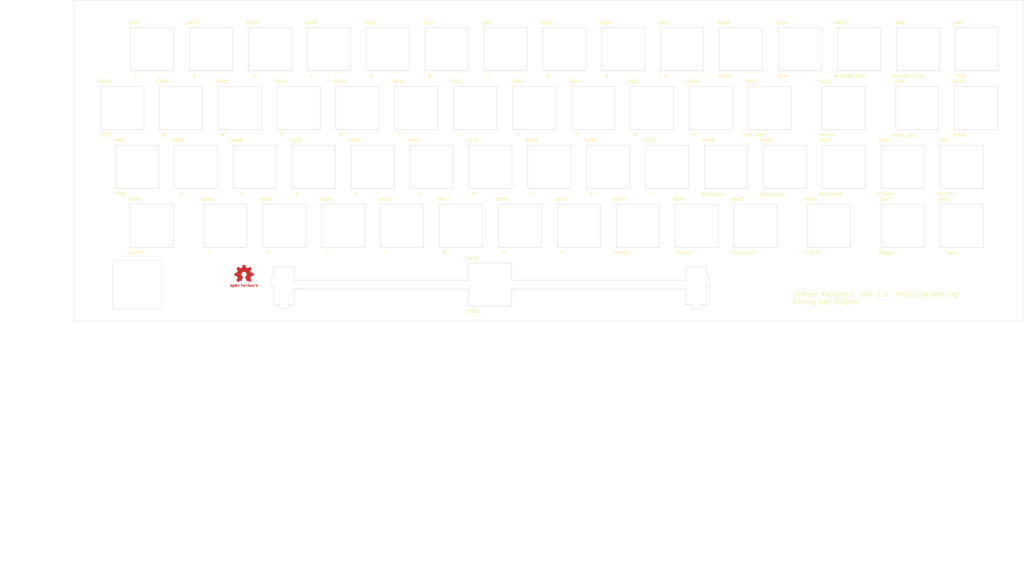
<source format=kicad_pcb>
(kicad_pcb (version 20171130) (host pcbnew "(5.1.5-0-10_14)")

  (general
    (thickness 1.6)
    (drawings 11)
    (tracks 0)
    (zones 0)
    (modules 72)
    (nets 1)
  )

  (page B)
  (title_block
    (title "Cherry Key aligner")
    (date 2019-08-25)
    (rev 1.1)
    (company OSIWeb.org)
    (comment 1 "Key matrix w/ LED")
  )

  (layers
    (0 F.Cu signal)
    (31 B.Cu signal)
    (32 B.Adhes user)
    (33 F.Adhes user)
    (34 B.Paste user)
    (35 F.Paste user)
    (36 B.SilkS user)
    (37 F.SilkS user)
    (38 B.Mask user)
    (39 F.Mask user)
    (40 Dwgs.User user)
    (41 Cmts.User user)
    (42 Eco1.User user)
    (43 Eco2.User user)
    (44 Edge.Cuts user)
    (45 Margin user)
    (46 B.CrtYd user)
    (47 F.CrtYd user)
    (48 B.Fab user)
    (49 F.Fab user)
  )

  (setup
    (last_trace_width 0.254)
    (user_trace_width 0.254)
    (user_trace_width 0.508)
    (user_trace_width 1.27)
    (trace_clearance 0.2)
    (zone_clearance 0.508)
    (zone_45_only no)
    (trace_min 0.2)
    (via_size 0.8128)
    (via_drill 0.4064)
    (via_min_size 0.4)
    (via_min_drill 0.3)
    (user_via 1.27 0.7112)
    (uvia_size 0.3048)
    (uvia_drill 0.1016)
    (uvias_allowed no)
    (uvia_min_size 0.2)
    (uvia_min_drill 0.1)
    (edge_width 0.05)
    (segment_width 0.2)
    (pcb_text_width 0.3)
    (pcb_text_size 1.5 1.5)
    (mod_edge_width 0.12)
    (mod_text_size 1 1)
    (mod_text_width 0.15)
    (pad_size 3.9878 3.9878)
    (pad_drill 3.9878)
    (pad_to_mask_clearance 0)
    (aux_axis_origin 61.4172 179.1081)
    (visible_elements 7FFFEFFF)
    (pcbplotparams
      (layerselection 0x010fc_ffffffff)
      (usegerberextensions false)
      (usegerberattributes false)
      (usegerberadvancedattributes false)
      (creategerberjobfile false)
      (excludeedgelayer true)
      (linewidth 0.100000)
      (plotframeref false)
      (viasonmask false)
      (mode 1)
      (useauxorigin false)
      (hpglpennumber 1)
      (hpglpenspeed 20)
      (hpglpendiameter 15.000000)
      (psnegative false)
      (psa4output false)
      (plotreference true)
      (plotvalue true)
      (plotinvisibletext false)
      (padsonsilk false)
      (subtractmaskfromsilk false)
      (outputformat 1)
      (mirror false)
      (drillshape 0)
      (scaleselection 1)
      (outputdirectory "cherry-aligner-outputs"))
  )

  (net 0 "")

  (net_class Default "This is the default net class."
    (clearance 0.2)
    (trace_width 0.254)
    (via_dia 0.8128)
    (via_drill 0.4064)
    (uvia_dia 0.3048)
    (uvia_drill 0.1016)
    (diff_pair_width 0.2032)
    (diff_pair_gap 0.254)
  )

  (net_class power1 ""
    (clearance 0.254)
    (trace_width 1.27)
    (via_dia 1.27)
    (via_drill 0.7112)
    (uvia_dia 0.3048)
    (uvia_drill 0.1016)
    (diff_pair_width 0.2032)
    (diff_pair_gap 0.254)
  )

  (net_class signal ""
    (clearance 0.2032)
    (trace_width 0.254)
    (via_dia 0.8128)
    (via_drill 0.4064)
    (uvia_dia 0.3048)
    (uvia_drill 0.1016)
    (diff_pair_width 0.2032)
    (diff_pair_gap 0.254)
  )

  (module MountingHole:MountingHole_3.5mm (layer F.Cu) (tedit 56D1B4CB) (tstamp 5DA65F84)
    (at 102.6795 171.45)
    (descr "Mounting Hole 3.5mm, no annular")
    (tags "mounting hole 3.5mm no annular")
    (attr virtual)
    (fp_text reference REF** (at 0 -4.5) (layer F.SilkS) hide
      (effects (font (size 1 1) (thickness 0.15)))
    )
    (fp_text value MountingHole_3.5mm (at 0 4.5) (layer F.Fab) hide
      (effects (font (size 1 1) (thickness 0.15)))
    )
    (fp_circle (center 0 0) (end 3.75 0) (layer F.CrtYd) (width 0.05))
    (fp_circle (center 0 0) (end 3.5 0) (layer Cmts.User) (width 0.15))
    (fp_text user %R (at 0.3 0) (layer F.Fab) hide
      (effects (font (size 1 1) (thickness 0.15)))
    )
    (pad 1 np_thru_hole circle (at 0 0) (size 3.5 3.5) (drill 3.5) (layers *.Cu *.Mask))
  )

  (module MountingHole:MountingHole_3.5mm (layer F.Cu) (tedit 56D1B4CB) (tstamp 5DA65F84)
    (at 67.31 171.45)
    (descr "Mounting Hole 3.5mm, no annular")
    (tags "mounting hole 3.5mm no annular")
    (attr virtual)
    (fp_text reference REF** (at 0 -4.5) (layer F.SilkS) hide
      (effects (font (size 1 1) (thickness 0.15)))
    )
    (fp_text value MountingHole_3.5mm (at 0 4.5) (layer F.Fab) hide
      (effects (font (size 1 1) (thickness 0.15)))
    )
    (fp_text user %R (at 0.3 0) (layer F.Fab) hide
      (effects (font (size 1 1) (thickness 0.15)))
    )
    (fp_circle (center 0 0) (end 3.5 0) (layer Cmts.User) (width 0.15))
    (fp_circle (center 0 0) (end 3.75 0) (layer F.CrtYd) (width 0.05))
    (pad 1 np_thru_hole circle (at 0 0) (size 3.5 3.5) (drill 3.5) (layers *.Cu *.Mask))
  )

  (module MountingHole:MountingHole_3.5mm (layer F.Cu) (tedit 56D1B4CB) (tstamp 5DA65F84)
    (at 358.14 171.45)
    (descr "Mounting Hole 3.5mm, no annular")
    (tags "mounting hole 3.5mm no annular")
    (attr virtual)
    (fp_text reference REF** (at 0 -4.5) (layer F.SilkS) hide
      (effects (font (size 1 1) (thickness 0.15)))
    )
    (fp_text value MountingHole_3.5mm (at 0 4.5) (layer F.Fab) hide
      (effects (font (size 1 1) (thickness 0.15)))
    )
    (fp_text user %R (at 0.3 0) (layer F.Fab) hide
      (effects (font (size 1 1) (thickness 0.15)))
    )
    (fp_circle (center 0 0) (end 3.5 0) (layer Cmts.User) (width 0.15))
    (fp_circle (center 0 0) (end 3.75 0) (layer F.CrtYd) (width 0.05))
    (pad 1 np_thru_hole circle (at 0 0) (size 3.5 3.5) (drill 3.5) (layers *.Cu *.Mask))
  )

  (module MountingHole:MountingHole_3.5mm (layer F.Cu) (tedit 56D1B4CB) (tstamp 5DA65F84)
    (at 289.687 171.45)
    (descr "Mounting Hole 3.5mm, no annular")
    (tags "mounting hole 3.5mm no annular")
    (attr virtual)
    (fp_text reference REF** (at 0 -4.5) (layer F.SilkS) hide
      (effects (font (size 1 1) (thickness 0.15)))
    )
    (fp_text value MountingHole_3.5mm (at 0 4.5) (layer F.Fab) hide
      (effects (font (size 1 1) (thickness 0.15)))
    )
    (fp_text user %R (at 0.3 0) (layer F.Fab) hide
      (effects (font (size 1 1) (thickness 0.15)))
    )
    (fp_circle (center 0 0) (end 3.5 0) (layer Cmts.User) (width 0.15))
    (fp_circle (center 0 0) (end 3.75 0) (layer F.CrtYd) (width 0.05))
    (pad 1 np_thru_hole circle (at 0 0) (size 3.5 3.5) (drill 3.5) (layers *.Cu *.Mask))
  )

  (module MountingHole:MountingHole_3.5mm (layer F.Cu) (tedit 56D1B4CB) (tstamp 5DA65F84)
    (at 364.49 78.74)
    (descr "Mounting Hole 3.5mm, no annular")
    (tags "mounting hole 3.5mm no annular")
    (attr virtual)
    (fp_text reference REF** (at 0 -4.5) (layer F.SilkS) hide
      (effects (font (size 1 1) (thickness 0.15)))
    )
    (fp_text value MountingHole_3.5mm (at 0 4.5) (layer F.Fab) hide
      (effects (font (size 1 1) (thickness 0.15)))
    )
    (fp_text user %R (at 0.3 0) (layer F.Fab) hide
      (effects (font (size 1 1) (thickness 0.15)))
    )
    (fp_circle (center 0 0) (end 3.5 0) (layer Cmts.User) (width 0.15))
    (fp_circle (center 0 0) (end 3.75 0) (layer F.CrtYd) (width 0.05))
    (pad 1 np_thru_hole circle (at 0 0) (size 3.5 3.5) (drill 3.5) (layers *.Cu *.Mask))
  )

  (module MountingHole:MountingHole_3.5mm (layer F.Cu) (tedit 56D1B4CB) (tstamp 5DA65F84)
    (at 348.9706 78.74)
    (descr "Mounting Hole 3.5mm, no annular")
    (tags "mounting hole 3.5mm no annular")
    (attr virtual)
    (fp_text reference REF** (at 0 -4.5) (layer F.SilkS) hide
      (effects (font (size 1 1) (thickness 0.15)))
    )
    (fp_text value MountingHole_3.5mm (at 0 4.5) (layer F.Fab) hide
      (effects (font (size 1 1) (thickness 0.15)))
    )
    (fp_text user %R (at 0.3 0) (layer F.Fab) hide
      (effects (font (size 1 1) (thickness 0.15)))
    )
    (fp_circle (center 0 0) (end 3.5 0) (layer Cmts.User) (width 0.15))
    (fp_circle (center 0 0) (end 3.75 0) (layer F.CrtYd) (width 0.05))
    (pad 1 np_thru_hole circle (at 0 0) (size 3.5 3.5) (drill 3.5) (layers *.Cu *.Mask))
  )

  (module MountingHole:MountingHole_3.5mm (layer F.Cu) (tedit 56D1B4CB) (tstamp 5DA65F84)
    (at 300.7106 78.74)
    (descr "Mounting Hole 3.5mm, no annular")
    (tags "mounting hole 3.5mm no annular")
    (attr virtual)
    (fp_text reference REF** (at 0 -4.5) (layer F.SilkS) hide
      (effects (font (size 1 1) (thickness 0.15)))
    )
    (fp_text value MountingHole_3.5mm (at 0 4.5) (layer F.Fab) hide
      (effects (font (size 1 1) (thickness 0.15)))
    )
    (fp_text user %R (at 0.3 0) (layer F.Fab) hide
      (effects (font (size 1 1) (thickness 0.15)))
    )
    (fp_circle (center 0 0) (end 3.5 0) (layer Cmts.User) (width 0.15))
    (fp_circle (center 0 0) (end 3.75 0) (layer F.CrtYd) (width 0.05))
    (pad 1 np_thru_hole circle (at 0 0) (size 3.5 3.5) (drill 3.5) (layers *.Cu *.Mask))
  )

  (module MountingHole:MountingHole_3.5mm (layer F.Cu) (tedit 56D1B4CB) (tstamp 5DA65F84)
    (at 290.83 78.74)
    (descr "Mounting Hole 3.5mm, no annular")
    (tags "mounting hole 3.5mm no annular")
    (attr virtual)
    (fp_text reference REF** (at 0 -4.5) (layer F.SilkS) hide
      (effects (font (size 1 1) (thickness 0.15)))
    )
    (fp_text value MountingHole_3.5mm (at 0 4.5) (layer F.Fab) hide
      (effects (font (size 1 1) (thickness 0.15)))
    )
    (fp_text user %R (at 0.3 0) (layer F.Fab) hide
      (effects (font (size 1 1) (thickness 0.15)))
    )
    (fp_circle (center 0 0) (end 3.5 0) (layer Cmts.User) (width 0.15))
    (fp_circle (center 0 0) (end 3.75 0) (layer F.CrtYd) (width 0.05))
    (pad 1 np_thru_hole circle (at 0 0) (size 3.5 3.5) (drill 3.5) (layers *.Cu *.Mask))
  )

  (module MountingHole:MountingHole_3.5mm (layer F.Cu) (tedit 56D1B4CB) (tstamp 5DA65F84)
    (at 143.51 78.74)
    (descr "Mounting Hole 3.5mm, no annular")
    (tags "mounting hole 3.5mm no annular")
    (attr virtual)
    (fp_text reference REF** (at 0 -4.5) (layer F.SilkS) hide
      (effects (font (size 1 1) (thickness 0.15)))
    )
    (fp_text value MountingHole_3.5mm (at 0 4.5) (layer F.Fab) hide
      (effects (font (size 1 1) (thickness 0.15)))
    )
    (fp_text user %R (at 0.3 0) (layer F.Fab) hide
      (effects (font (size 1 1) (thickness 0.15)))
    )
    (fp_circle (center 0 0) (end 3.5 0) (layer Cmts.User) (width 0.15))
    (fp_circle (center 0 0) (end 3.75 0) (layer F.CrtYd) (width 0.05))
    (pad 1 np_thru_hole circle (at 0 0) (size 3.5 3.5) (drill 3.5) (layers *.Cu *.Mask))
  )

  (module MountingHole:MountingHole_3.5mm (layer F.Cu) (tedit 56D1B4CB) (tstamp 5DA65F4E)
    (at 67.31 78.74)
    (descr "Mounting Hole 3.5mm, no annular")
    (tags "mounting hole 3.5mm no annular")
    (attr virtual)
    (fp_text reference REF** (at 0 -4.5) (layer F.SilkS) hide
      (effects (font (size 1 1) (thickness 0.15)))
    )
    (fp_text value MountingHole_3.5mm (at 0 4.5) (layer F.Fab) hide
      (effects (font (size 1 1) (thickness 0.15)))
    )
    (fp_text user %R (at 0.3 0) (layer F.Fab) hide
      (effects (font (size 1 1) (thickness 0.15)))
    )
    (fp_circle (center 0 0) (end 3.5 0) (layer Cmts.User) (width 0.15))
    (fp_circle (center 0 0) (end 3.75 0) (layer F.CrtYd) (width 0.05))
    (pad 1 np_thru_hole circle (at 0 0) (size 3.5 3.5) (drill 3.5) (layers *.Cu *.Mask))
  )

  (module MountingHole:MountingHole_3.5mm (layer F.Cu) (tedit 56D1B4CB) (tstamp 5DA65F72)
    (at 217.17 78.74)
    (descr "Mounting Hole 3.5mm, no annular")
    (tags "mounting hole 3.5mm no annular")
    (attr virtual)
    (fp_text reference REF** (at 0 -4.5) (layer F.SilkS) hide
      (effects (font (size 1 1) (thickness 0.15)))
    )
    (fp_text value MountingHole_3.5mm (at 0 4.5) (layer F.Fab) hide
      (effects (font (size 1 1) (thickness 0.15)))
    )
    (fp_text user %R (at 0.3 0) (layer F.Fab) hide
      (effects (font (size 1 1) (thickness 0.15)))
    )
    (fp_circle (center 0 0) (end 3.5 0) (layer Cmts.User) (width 0.15))
    (fp_circle (center 0 0) (end 3.75 0) (layer F.CrtYd) (width 0.05))
    (pad 1 np_thru_hole circle (at 0 0) (size 3.5 3.5) (drill 3.5) (layers *.Cu *.Mask))
  )

  (module unikbd:MX_space_aligner locked (layer F.Cu) (tedit 5DA62851) (tstamp 5D0D7A0F)
    (at 196.94398 165.99916)
    (path /5BC3E99D/5BC6CD72)
    (fp_text reference SW46 (at -5.7912 -8.6106) (layer F.SilkS)
      (effects (font (size 1 1) (thickness 0.15)))
    )
    (fp_text value SPACE (at -5.334 8.6614) (layer F.SilkS)
      (effects (font (size 1 1) (thickness 0.15)))
    )
    (fp_line (start -6.985 -6.985) (end 6.985 -6.985) (layer Edge.Cuts) (width 0.12))
    (fp_line (start -6.985 -1.397) (end -6.985 -6.985) (layer Edge.Cuts) (width 0.12))
    (fp_line (start -63.3476 -1.397) (end -6.985 -1.397) (layer Edge.Cuts) (width 0.12))
    (fp_line (start -63.3476 -5.6896) (end -63.3476 -1.397) (layer Edge.Cuts) (width 0.12))
    (fp_line (start -70.0024 -5.6896) (end -63.3476 -5.6896) (layer Edge.Cuts) (width 0.12))
    (fp_line (start -70.0024 -2.286) (end -70.0024 -5.6896) (layer Edge.Cuts) (width 0.12))
    (fp_line (start -70.866 -2.286) (end -70.0024 -2.286) (layer Edge.Cuts) (width 0.12))
    (fp_line (start -70.866 0.508) (end -70.866 -2.286) (layer Edge.Cuts) (width 0.12))
    (fp_line (start -70.0024 0.508) (end -70.866 0.508) (layer Edge.Cuts) (width 0.12))
    (fp_line (start -70.0024 6.604) (end -70.0024 0.508) (layer Edge.Cuts) (width 0.12))
    (fp_line (start -68.199 6.604) (end -70.0024 6.604) (layer Edge.Cuts) (width 0.12))
    (fp_line (start -68.199 7.7724) (end -68.199 6.604) (layer Edge.Cuts) (width 0.12))
    (fp_line (start -65.151 7.7724) (end -68.199 7.7724) (layer Edge.Cuts) (width 0.12))
    (fp_line (start -65.151 6.604) (end -65.151 7.7724) (layer Edge.Cuts) (width 0.12))
    (fp_line (start -63.3476 6.604) (end -65.151 6.604) (layer Edge.Cuts) (width 0.12))
    (fp_line (start -63.3476 1.397) (end -63.3476 6.604) (layer Edge.Cuts) (width 0.12))
    (fp_line (start -6.985 1.397) (end -63.3476 1.397) (layer Edge.Cuts) (width 0.12))
    (fp_line (start -6.985 6.985) (end -6.985 1.397) (layer Edge.Cuts) (width 0.12))
    (fp_line (start 6.985 6.985) (end -6.985 6.985) (layer Edge.Cuts) (width 0.12))
    (fp_line (start 6.985 1.397) (end 6.985 6.985) (layer Edge.Cuts) (width 0.12))
    (fp_line (start 63.3476 1.397) (end 6.985 1.397) (layer Edge.Cuts) (width 0.12))
    (fp_line (start 63.3476 6.604) (end 63.3476 1.397) (layer Edge.Cuts) (width 0.12))
    (fp_line (start 65.151 6.604) (end 63.3476 6.604) (layer Edge.Cuts) (width 0.12))
    (fp_line (start 65.151 7.7724) (end 65.151 6.604) (layer Edge.Cuts) (width 0.12))
    (fp_line (start 68.199 7.7724) (end 65.151 7.7724) (layer Edge.Cuts) (width 0.12))
    (fp_line (start 68.199 6.604) (end 68.199 7.7724) (layer Edge.Cuts) (width 0.12))
    (fp_line (start 70.0024 6.604) (end 68.199 6.604) (layer Edge.Cuts) (width 0.12))
    (fp_line (start 70.0024 0.508) (end 70.0024 6.604) (layer Edge.Cuts) (width 0.12))
    (fp_line (start 70.866 0.508) (end 70.0024 0.508) (layer Edge.Cuts) (width 0.12))
    (fp_line (start 70.866 -2.286) (end 70.866 0.508) (layer Edge.Cuts) (width 0.12))
    (fp_line (start 70.0024 -2.286) (end 70.866 -2.286) (layer Edge.Cuts) (width 0.12))
    (fp_line (start 70.0024 -5.6896) (end 70.0024 -2.286) (layer Edge.Cuts) (width 0.12))
    (fp_line (start 63.3476 -5.6896) (end 70.0024 -5.6896) (layer Edge.Cuts) (width 0.12))
    (fp_line (start 63.3476 -1.397) (end 63.3476 -5.6896) (layer Edge.Cuts) (width 0.12))
    (fp_line (start 6.985 -1.397) (end 63.3476 -1.397) (layer Edge.Cuts) (width 0.12))
    (fp_line (start 6.985 -6.985) (end 6.985 -1.397) (layer Edge.Cuts) (width 0.12))
  )

  (module "unikbd:Cherry aligner" locked (layer F.Cu) (tedit 5DA626D6) (tstamp 5D0FBBE7)
    (at 244.67058 146.94916)
    (path /5BC3E99D/5BC6CEDD)
    (fp_text reference SW37 (at -5.7912 -8.6106) (layer F.SilkS)
      (effects (font (size 1 1) (thickness 0.15)))
    )
    (fp_text value Comma (at -5.334 8.6614) (layer F.SilkS)
      (effects (font (size 1 1) (thickness 0.15)))
    )
    (fp_line (start -6.985 -6.985) (end -6.985 6.985) (layer Edge.Cuts) (width 0.12))
    (fp_line (start 6.985 6.985) (end 6.985 -6.985) (layer Edge.Cuts) (width 0.12))
    (fp_line (start -6.985 -6.985) (end 6.985 -6.985) (layer Edge.Cuts) (width 0.12))
    (fp_line (start -6.985 6.985) (end 6.985 6.985) (layer Edge.Cuts) (width 0.12))
  )

  (module "unikbd:Cherry aligner" locked (layer F.Cu) (tedit 5DA626D6) (tstamp 5D0D7CEF)
    (at 87.62238 89.79916)
    (path /5BC3EA0A/5BCAF489)
    (fp_text reference SW31 (at -5.7912 -8.6106) (layer F.SilkS)
      (effects (font (size 1 1) (thickness 0.15)))
    )
    (fp_text value 1 (at -5.334 8.6614) (layer F.SilkS)
      (effects (font (size 1 1) (thickness 0.15)))
    )
    (fp_line (start -6.985 -6.985) (end -6.985 6.985) (layer Edge.Cuts) (width 0.12))
    (fp_line (start 6.985 6.985) (end 6.985 -6.985) (layer Edge.Cuts) (width 0.12))
    (fp_line (start -6.985 -6.985) (end 6.985 -6.985) (layer Edge.Cuts) (width 0.12))
    (fp_line (start -6.985 6.985) (end 6.985 6.985) (layer Edge.Cuts) (width 0.12))
  )

  (module "unikbd:Cherry aligner" locked (layer F.Cu) (tedit 5DA626D6) (tstamp 5D0D7CDF)
    (at 220.97238 89.79916)
    (path /5BC3EA0A/5BCAF419)
    (fp_text reference SW30 (at -5.7912 -8.6106) (layer F.SilkS)
      (effects (font (size 1 1) (thickness 0.15)))
    )
    (fp_text value 8 (at -5.334 8.6614) (layer F.SilkS)
      (effects (font (size 1 1) (thickness 0.15)))
    )
    (fp_line (start -6.985 -6.985) (end -6.985 6.985) (layer Edge.Cuts) (width 0.12))
    (fp_line (start 6.985 6.985) (end 6.985 -6.985) (layer Edge.Cuts) (width 0.12))
    (fp_line (start -6.985 -6.985) (end 6.985 -6.985) (layer Edge.Cuts) (width 0.12))
    (fp_line (start -6.985 6.985) (end 6.985 6.985) (layer Edge.Cuts) (width 0.12))
  )

  (module "unikbd:Cherry aligner" locked (layer F.Cu) (tedit 5DA626D6) (tstamp 5D633EAE)
    (at 263.72058 146.94916)
    (path /5BC3EA0A/5BCAF3A9)
    (fp_text reference SW29 (at -5.7912 -8.6106) (layer F.SilkS)
      (effects (font (size 1 1) (thickness 0.15)))
    )
    (fp_text value Period (at -4.38658 8.6614) (layer F.SilkS)
      (effects (font (size 1 1) (thickness 0.15)))
    )
    (fp_line (start -6.985 -6.985) (end -6.985 6.985) (layer Edge.Cuts) (width 0.12))
    (fp_line (start 6.985 6.985) (end 6.985 -6.985) (layer Edge.Cuts) (width 0.12))
    (fp_line (start -6.985 -6.985) (end 6.985 -6.985) (layer Edge.Cuts) (width 0.12))
    (fp_line (start -6.985 6.985) (end 6.985 6.985) (layer Edge.Cuts) (width 0.12))
  )

  (module "unikbd:Cherry aligner" locked (layer F.Cu) (tedit 5DA626D6) (tstamp 5D0F9EDE)
    (at 115.91798 108.84916)
    (path /5BC3EA0A/5BCAF339)
    (fp_text reference SW28 (at -5.7912 -8.6106) (layer F.SilkS)
      (effects (font (size 1 1) (thickness 0.15)))
    )
    (fp_text value W (at -5.334 8.6614) (layer F.SilkS)
      (effects (font (size 1 1) (thickness 0.15)))
    )
    (fp_line (start -6.985 -6.985) (end -6.985 6.985) (layer Edge.Cuts) (width 0.12))
    (fp_line (start 6.985 6.985) (end 6.985 -6.985) (layer Edge.Cuts) (width 0.12))
    (fp_line (start -6.985 -6.985) (end 6.985 -6.985) (layer Edge.Cuts) (width 0.12))
    (fp_line (start -6.985 6.985) (end 6.985 6.985) (layer Edge.Cuts) (width 0.12))
  )

  (module "unikbd:Cherry aligner" locked (layer F.Cu) (tedit 5DA626D6) (tstamp 5D0D7CAF)
    (at 106.67238 89.79916)
    (path /5BC3EA0A/5BCAF490)
    (fp_text reference SW27 (at -5.7912 -8.6106) (layer F.SilkS)
      (effects (font (size 1 1) (thickness 0.15)))
    )
    (fp_text value 2 (at -5.334 8.6614) (layer F.SilkS)
      (effects (font (size 1 1) (thickness 0.15)))
    )
    (fp_line (start -6.985 -6.985) (end -6.985 6.985) (layer Edge.Cuts) (width 0.12))
    (fp_line (start 6.985 6.985) (end 6.985 -6.985) (layer Edge.Cuts) (width 0.12))
    (fp_line (start -6.985 -6.985) (end 6.985 -6.985) (layer Edge.Cuts) (width 0.12))
    (fp_line (start -6.985 6.985) (end 6.985 6.985) (layer Edge.Cuts) (width 0.12))
  )

  (module "unikbd:Cherry aligner" locked (layer F.Cu) (tedit 5DA626D6) (tstamp 5D0D7C9F)
    (at 240.02238 89.79916)
    (path /5BC3EA0A/5BCAF420)
    (fp_text reference SW26 (at -5.7912 -8.6106) (layer F.SilkS)
      (effects (font (size 1 1) (thickness 0.15)))
    )
    (fp_text value 9 (at -5.334 8.6614) (layer F.SilkS)
      (effects (font (size 1 1) (thickness 0.15)))
    )
    (fp_line (start -6.985 -6.985) (end -6.985 6.985) (layer Edge.Cuts) (width 0.12))
    (fp_line (start 6.985 6.985) (end 6.985 -6.985) (layer Edge.Cuts) (width 0.12))
    (fp_line (start -6.985 -6.985) (end 6.985 -6.985) (layer Edge.Cuts) (width 0.12))
    (fp_line (start -6.985 6.985) (end 6.985 6.985) (layer Edge.Cuts) (width 0.12))
  )

  (module "unikbd:Cherry aligner" locked (layer F.Cu) (tedit 5DA626D6) (tstamp 5D0FAB87)
    (at 254.19558 127.89916)
    (path /5BC3EA0A/5BCAF3B0)
    (fp_text reference SW25 (at -5.7912 -8.6106) (layer F.SilkS)
      (effects (font (size 1 1) (thickness 0.15)))
    )
    (fp_text value L (at -5.334 8.6614) (layer F.SilkS)
      (effects (font (size 1 1) (thickness 0.15)))
    )
    (fp_line (start -6.985 -6.985) (end -6.985 6.985) (layer Edge.Cuts) (width 0.12))
    (fp_line (start 6.985 6.985) (end 6.985 -6.985) (layer Edge.Cuts) (width 0.12))
    (fp_line (start -6.985 -6.985) (end 6.985 -6.985) (layer Edge.Cuts) (width 0.12))
    (fp_line (start -6.985 6.985) (end 6.985 6.985) (layer Edge.Cuts) (width 0.12))
  )

  (module "unikbd:Cherry aligner" locked (layer F.Cu) (tedit 5DA626D6) (tstamp 5D0F9EA5)
    (at 134.96798 108.84916)
    (path /5BC3EA0A/5BCAF340)
    (fp_text reference SW24 (at -5.7912 -8.6106) (layer F.SilkS)
      (effects (font (size 1 1) (thickness 0.15)))
    )
    (fp_text value E (at -5.334 8.6614) (layer F.SilkS)
      (effects (font (size 1 1) (thickness 0.15)))
    )
    (fp_line (start -6.985 -6.985) (end -6.985 6.985) (layer Edge.Cuts) (width 0.12))
    (fp_line (start 6.985 6.985) (end 6.985 -6.985) (layer Edge.Cuts) (width 0.12))
    (fp_line (start -6.985 -6.985) (end 6.985 -6.985) (layer Edge.Cuts) (width 0.12))
    (fp_line (start -6.985 6.985) (end 6.985 6.985) (layer Edge.Cuts) (width 0.12))
  )

  (module "unikbd:Cherry aligner" locked (layer F.Cu) (tedit 5DA626D6) (tstamp 5D0D7C6F)
    (at 125.72238 89.79916)
    (path /5BC3EA0A/5BCAF482)
    (fp_text reference SW23 (at -5.7912 -8.6106) (layer F.SilkS)
      (effects (font (size 1 1) (thickness 0.15)))
    )
    (fp_text value 3 (at -5.334 8.6614) (layer F.SilkS)
      (effects (font (size 1 1) (thickness 0.15)))
    )
    (fp_line (start -6.985 -6.985) (end -6.985 6.985) (layer Edge.Cuts) (width 0.12))
    (fp_line (start 6.985 6.985) (end 6.985 -6.985) (layer Edge.Cuts) (width 0.12))
    (fp_line (start -6.985 -6.985) (end 6.985 -6.985) (layer Edge.Cuts) (width 0.12))
    (fp_line (start -6.985 6.985) (end 6.985 6.985) (layer Edge.Cuts) (width 0.12))
  )

  (module "unikbd:Cherry aligner" locked (layer F.Cu) (tedit 5DA626D6) (tstamp 5D633858)
    (at 249.26798 108.84916)
    (path /5BC3EA0A/5BCAF412)
    (fp_text reference SW22 (at -5.7912 -8.6106) (layer F.SilkS)
      (effects (font (size 1 1) (thickness 0.15)))
    )
    (fp_text value 0 (at -5.334 8.6614) (layer F.SilkS)
      (effects (font (size 1 1) (thickness 0.15)))
    )
    (fp_line (start -6.985 -6.985) (end -6.985 6.985) (layer Edge.Cuts) (width 0.12))
    (fp_line (start 6.985 6.985) (end 6.985 -6.985) (layer Edge.Cuts) (width 0.12))
    (fp_line (start -6.985 -6.985) (end 6.985 -6.985) (layer Edge.Cuts) (width 0.12))
    (fp_line (start -6.985 6.985) (end 6.985 6.985) (layer Edge.Cuts) (width 0.12))
  )

  (module "unikbd:Cherry aligner" locked (layer F.Cu) (tedit 5DA626D6) (tstamp 5D0D7C4F)
    (at 259.07238 89.79916)
    (path /5BC3EA0A/5BCAF3A2)
    (fp_text reference SW21 (at -5.7912 -8.6106) (layer F.SilkS)
      (effects (font (size 1 1) (thickness 0.15)))
    )
    (fp_text value O (at -5.334 8.6614) (layer F.SilkS)
      (effects (font (size 1 1) (thickness 0.15)))
    )
    (fp_line (start -6.985 -6.985) (end -6.985 6.985) (layer Edge.Cuts) (width 0.12))
    (fp_line (start 6.985 6.985) (end 6.985 -6.985) (layer Edge.Cuts) (width 0.12))
    (fp_line (start -6.985 -6.985) (end 6.985 -6.985) (layer Edge.Cuts) (width 0.12))
    (fp_line (start -6.985 6.985) (end 6.985 6.985) (layer Edge.Cuts) (width 0.12))
  )

  (module "unikbd:Cherry aligner" locked (layer F.Cu) (tedit 5DA626D6) (tstamp 5D0F9E6C)
    (at 154.01798 108.84916)
    (path /5BC3EA0A/5BCAF332)
    (fp_text reference SW20 (at -5.7912 -8.6106) (layer F.SilkS)
      (effects (font (size 1 1) (thickness 0.15)))
    )
    (fp_text value R (at -5.334 8.6614) (layer F.SilkS)
      (effects (font (size 1 1) (thickness 0.15)))
    )
    (fp_line (start -6.985 -6.985) (end -6.985 6.985) (layer Edge.Cuts) (width 0.12))
    (fp_line (start 6.985 6.985) (end 6.985 -6.985) (layer Edge.Cuts) (width 0.12))
    (fp_line (start -6.985 -6.985) (end 6.985 -6.985) (layer Edge.Cuts) (width 0.12))
    (fp_line (start -6.985 6.985) (end 6.985 6.985) (layer Edge.Cuts) (width 0.12))
  )

  (module "unikbd:Cherry aligner" locked (layer F.Cu) (tedit 5DA626D6) (tstamp 5D0D7C2F)
    (at 144.77238 89.79916)
    (path /5BC3EA0A/5BCAF47B)
    (fp_text reference SW19 (at -5.7912 -8.6106) (layer F.SilkS)
      (effects (font (size 1 1) (thickness 0.15)))
    )
    (fp_text value 4 (at -5.334 8.6614) (layer F.SilkS)
      (effects (font (size 1 1) (thickness 0.15)))
    )
    (fp_line (start -6.985 -6.985) (end -6.985 6.985) (layer Edge.Cuts) (width 0.12))
    (fp_line (start 6.985 6.985) (end 6.985 -6.985) (layer Edge.Cuts) (width 0.12))
    (fp_line (start -6.985 -6.985) (end 6.985 -6.985) (layer Edge.Cuts) (width 0.12))
    (fp_line (start -6.985 6.985) (end 6.985 6.985) (layer Edge.Cuts) (width 0.12))
  )

  (module "unikbd:Cherry aligner" locked (layer F.Cu) (tedit 5DA626D6) (tstamp 5D0D7C1F)
    (at 278.12238 89.79916)
    (path /5BC3EA0A/5BCAF40B)
    (fp_text reference SW18 (at -5.7912 -8.6106) (layer F.SilkS)
      (effects (font (size 1 1) (thickness 0.15)))
    )
    (fp_text value Colon (at -5.334 8.6614) (layer F.SilkS)
      (effects (font (size 1 1) (thickness 0.15)))
    )
    (fp_line (start -6.985 -6.985) (end -6.985 6.985) (layer Edge.Cuts) (width 0.12))
    (fp_line (start 6.985 6.985) (end 6.985 -6.985) (layer Edge.Cuts) (width 0.12))
    (fp_line (start -6.985 -6.985) (end 6.985 -6.985) (layer Edge.Cuts) (width 0.12))
    (fp_line (start -6.985 6.985) (end 6.985 6.985) (layer Edge.Cuts) (width 0.12))
  )

  (module "unikbd:Cherry aligner" locked (layer F.Cu) (tedit 5DA626D6) (tstamp 5D0F9D4F)
    (at 287.36798 108.84916)
    (path /5BC3EA0A/5BCAF39B)
    (fp_text reference SW17 (at -5.7912 -8.6106) (layer F.SilkS)
      (effects (font (size 1 1) (thickness 0.15)))
    )
    (fp_text value "Line Feed" (at -5.334 8.6614) (layer F.SilkS)
      (effects (font (size 1 1) (thickness 0.15)))
    )
    (fp_line (start -6.985 -6.985) (end -6.985 6.985) (layer Edge.Cuts) (width 0.12))
    (fp_line (start 6.985 6.985) (end 6.985 -6.985) (layer Edge.Cuts) (width 0.12))
    (fp_line (start -6.985 -6.985) (end 6.985 -6.985) (layer Edge.Cuts) (width 0.12))
    (fp_line (start -6.985 6.985) (end 6.985 6.985) (layer Edge.Cuts) (width 0.12))
  )

  (module "unikbd:Cherry aligner" locked (layer F.Cu) (tedit 5DA626D6) (tstamp 5D0F9D88)
    (at 173.06798 108.84916)
    (path /5BC3EA0A/5BCAF32B)
    (fp_text reference SW16 (at -5.7912 -8.6106) (layer F.SilkS)
      (effects (font (size 1 1) (thickness 0.15)))
    )
    (fp_text value T (at -5.334 8.6614) (layer F.SilkS)
      (effects (font (size 1 1) (thickness 0.15)))
    )
    (fp_line (start -6.985 -6.985) (end -6.985 6.985) (layer Edge.Cuts) (width 0.12))
    (fp_line (start 6.985 6.985) (end 6.985 -6.985) (layer Edge.Cuts) (width 0.12))
    (fp_line (start -6.985 -6.985) (end 6.985 -6.985) (layer Edge.Cuts) (width 0.12))
    (fp_line (start -6.985 6.985) (end 6.985 6.985) (layer Edge.Cuts) (width 0.12))
  )

  (module "unikbd:Cherry aligner" locked (layer F.Cu) (tedit 5DA626D6) (tstamp 5D0D7BEF)
    (at 163.82238 89.79916)
    (path /5BC3EA0A/5BCAF46D)
    (fp_text reference SW15 (at -5.7912 -8.6106) (layer F.SilkS)
      (effects (font (size 1 1) (thickness 0.15)))
    )
    (fp_text value 5 (at -5.334 8.6614) (layer F.SilkS)
      (effects (font (size 1 1) (thickness 0.15)))
    )
    (fp_line (start -6.985 -6.985) (end -6.985 6.985) (layer Edge.Cuts) (width 0.12))
    (fp_line (start 6.985 6.985) (end 6.985 -6.985) (layer Edge.Cuts) (width 0.12))
    (fp_line (start -6.985 -6.985) (end 6.985 -6.985) (layer Edge.Cuts) (width 0.12))
    (fp_line (start -6.985 6.985) (end 6.985 6.985) (layer Edge.Cuts) (width 0.12))
  )

  (module "unikbd:Cherry aligner" locked (layer F.Cu) (tedit 5DA626D6) (tstamp 5D0D7BDF)
    (at 297.17238 89.79916)
    (path /5BC3EA0A/5BCAF3FD)
    (fp_text reference SW14 (at -5.7912 -8.6106) (layer F.SilkS)
      (effects (font (size 1 1) (thickness 0.15)))
    )
    (fp_text value Dash (at -5.334 8.6614) (layer F.SilkS)
      (effects (font (size 1 1) (thickness 0.15)))
    )
    (fp_line (start -6.985 -6.985) (end -6.985 6.985) (layer Edge.Cuts) (width 0.12))
    (fp_line (start 6.985 6.985) (end 6.985 -6.985) (layer Edge.Cuts) (width 0.12))
    (fp_line (start -6.985 -6.985) (end 6.985 -6.985) (layer Edge.Cuts) (width 0.12))
    (fp_line (start -6.985 6.985) (end 6.985 6.985) (layer Edge.Cuts) (width 0.12))
  )

  (module "unikbd:Cherry aligner" locked (layer F.Cu) (tedit 5DA626D6) (tstamp 5D10F44A)
    (at 311.21858 108.84916)
    (path /5BC3EA0A/5BCAF38D)
    (fp_text reference SW13 (at -5.7912 -8.6106) (layer F.SilkS)
      (effects (font (size 1 1) (thickness 0.15)))
    )
    (fp_text value Return (at -5.334 8.6614) (layer F.SilkS)
      (effects (font (size 1 1) (thickness 0.15)))
    )
    (fp_line (start -6.985 -6.985) (end -6.985 6.985) (layer Edge.Cuts) (width 0.12))
    (fp_line (start 6.985 6.985) (end 6.985 -6.985) (layer Edge.Cuts) (width 0.12))
    (fp_line (start -6.985 -6.985) (end 6.985 -6.985) (layer Edge.Cuts) (width 0.12))
    (fp_line (start -6.985 6.985) (end 6.985 6.985) (layer Edge.Cuts) (width 0.12))
  )

  (module "unikbd:Cherry aligner" locked (layer F.Cu) (tedit 5DA626D6) (tstamp 5D0F9DFA)
    (at 192.11798 108.84916)
    (path /5BC3EA0A/5BCAF31D)
    (fp_text reference SW12 (at -5.7912 -8.6106) (layer F.SilkS)
      (effects (font (size 1 1) (thickness 0.15)))
    )
    (fp_text value Y (at -5.334 8.6614) (layer F.SilkS)
      (effects (font (size 1 1) (thickness 0.15)))
    )
    (fp_line (start -6.985 -6.985) (end -6.985 6.985) (layer Edge.Cuts) (width 0.12))
    (fp_line (start 6.985 6.985) (end 6.985 -6.985) (layer Edge.Cuts) (width 0.12))
    (fp_line (start -6.985 -6.985) (end 6.985 -6.985) (layer Edge.Cuts) (width 0.12))
    (fp_line (start -6.985 6.985) (end 6.985 6.985) (layer Edge.Cuts) (width 0.12))
  )

  (module "unikbd:Cherry aligner" locked (layer F.Cu) (tedit 5DA626D6) (tstamp 5D0D7BAF)
    (at 182.87238 89.79916)
    (path /5BC3EA0A/5BCAF474)
    (fp_text reference SW11 (at -5.7912 -8.6106) (layer F.SilkS)
      (effects (font (size 1 1) (thickness 0.15)))
    )
    (fp_text value 6 (at -5.334 8.6614) (layer F.SilkS)
      (effects (font (size 1 1) (thickness 0.15)))
    )
    (fp_line (start -6.985 -6.985) (end -6.985 6.985) (layer Edge.Cuts) (width 0.12))
    (fp_line (start 6.985 6.985) (end 6.985 -6.985) (layer Edge.Cuts) (width 0.12))
    (fp_line (start -6.985 -6.985) (end 6.985 -6.985) (layer Edge.Cuts) (width 0.12))
    (fp_line (start -6.985 6.985) (end 6.985 6.985) (layer Edge.Cuts) (width 0.12))
  )

  (module "unikbd:Cherry aligner" locked (layer F.Cu) (tedit 5DA626D6) (tstamp 5D105DE3)
    (at 316.22238 89.79916)
    (path /5BC3EA0A/5BCAF404)
    (fp_text reference SW10 (at -5.7912 -8.6106) (layer F.SilkS)
      (effects (font (size 1 1) (thickness 0.15)))
    )
    (fp_text value Bracket_Open (at -2.794 8.6614) (layer F.SilkS)
      (effects (font (size 1 1) (thickness 0.15)))
    )
    (fp_line (start -6.985 -6.985) (end -6.985 6.985) (layer Edge.Cuts) (width 0.12))
    (fp_line (start 6.985 6.985) (end 6.985 -6.985) (layer Edge.Cuts) (width 0.12))
    (fp_line (start -6.985 -6.985) (end 6.985 -6.985) (layer Edge.Cuts) (width 0.12))
    (fp_line (start -6.985 6.985) (end 6.985 6.985) (layer Edge.Cuts) (width 0.12))
  )

  (module "unikbd:Cherry aligner" locked (layer F.Cu) (tedit 5DA626D6) (tstamp 5D0D7B8F)
    (at 335.06918 108.84916)
    (path /5BC3EA0A/5BCAF394)
    (fp_text reference SW9 (at -5.7912 -8.6106) (layer F.SilkS)
      (effects (font (size 1 1) (thickness 0.15)))
    )
    (fp_text value Shift_Lock (at -4.1275 8.7884) (layer F.SilkS)
      (effects (font (size 1 1) (thickness 0.15)))
    )
    (fp_line (start -6.985 -6.985) (end -6.985 6.985) (layer Edge.Cuts) (width 0.12))
    (fp_line (start 6.985 6.985) (end 6.985 -6.985) (layer Edge.Cuts) (width 0.12))
    (fp_line (start -6.985 -6.985) (end 6.985 -6.985) (layer Edge.Cuts) (width 0.12))
    (fp_line (start -6.985 6.985) (end 6.985 6.985) (layer Edge.Cuts) (width 0.12))
  )

  (module "unikbd:Cherry aligner" locked (layer F.Cu) (tedit 5DA626D6) (tstamp 5D0F9DC1)
    (at 211.16798 108.84916)
    (path /5BC3EA0A/5BCAF324)
    (fp_text reference SW8 (at -5.7912 -8.6106) (layer F.SilkS)
      (effects (font (size 1 1) (thickness 0.15)))
    )
    (fp_text value U (at -5.334 8.6614) (layer F.SilkS)
      (effects (font (size 1 1) (thickness 0.15)))
    )
    (fp_line (start -6.985 -6.985) (end -6.985 6.985) (layer Edge.Cuts) (width 0.12))
    (fp_line (start 6.985 6.985) (end 6.985 -6.985) (layer Edge.Cuts) (width 0.12))
    (fp_line (start -6.985 -6.985) (end 6.985 -6.985) (layer Edge.Cuts) (width 0.12))
    (fp_line (start -6.985 6.985) (end 6.985 6.985) (layer Edge.Cuts) (width 0.12))
  )

  (module "unikbd:Cherry aligner" (layer F.Cu) (tedit 5DA626D6) (tstamp 5D0D7B6F)
    (at 201.92238 89.79916)
    (path /5BC3EA0A/5BCAF466)
    (fp_text reference SW7 (at -5.7912 -8.6106) (layer F.SilkS)
      (effects (font (size 1 1) (thickness 0.15)))
    )
    (fp_text value 7 (at -5.334 8.6614) (layer F.SilkS)
      (effects (font (size 1 1) (thickness 0.15)))
    )
    (fp_line (start -6.985 -6.985) (end -6.985 6.985) (layer Edge.Cuts) (width 0.12))
    (fp_line (start 6.985 6.985) (end 6.985 -6.985) (layer Edge.Cuts) (width 0.12))
    (fp_line (start -6.985 -6.985) (end 6.985 -6.985) (layer Edge.Cuts) (width 0.12))
    (fp_line (start -6.985 6.985) (end 6.985 6.985) (layer Edge.Cuts) (width 0.12))
  )

  (module "unikbd:Cherry aligner" locked (layer F.Cu) (tedit 5DA626D6) (tstamp 5D105E93)
    (at 335.27238 89.79916)
    (path /5BC3EA0A/5BCAF3F6)
    (fp_text reference SW6 (at -5.7912 -8.6106) (layer F.SilkS)
      (effects (font (size 1 1) (thickness 0.15)))
    )
    (fp_text value Bracket_Close (at -2.794 8.6614) (layer F.SilkS)
      (effects (font (size 1 1) (thickness 0.15)))
    )
    (fp_line (start -6.985 -6.985) (end -6.985 6.985) (layer Edge.Cuts) (width 0.12))
    (fp_line (start 6.985 6.985) (end 6.985 -6.985) (layer Edge.Cuts) (width 0.12))
    (fp_line (start -6.985 -6.985) (end 6.985 -6.985) (layer Edge.Cuts) (width 0.12))
    (fp_line (start -6.985 6.985) (end 6.985 6.985) (layer Edge.Cuts) (width 0.12))
  )

  (module "unikbd:Cherry aligner" locked (layer F.Cu) (tedit 5DA626D6) (tstamp 5D0F200E)
    (at 349.44558 127.89916)
    (path /5BC3EA0A/5BCAF386)
    (fp_text reference SW5 (at -5.7912 -8.6106) (layer F.SilkS)
      (effects (font (size 1 1) (thickness 0.15)))
    )
    (fp_text value Here_is (at -5.334 8.6614) (layer F.SilkS)
      (effects (font (size 1 1) (thickness 0.15)))
    )
    (fp_line (start -6.985 -6.985) (end -6.985 6.985) (layer Edge.Cuts) (width 0.12))
    (fp_line (start 6.985 6.985) (end 6.985 -6.985) (layer Edge.Cuts) (width 0.12))
    (fp_line (start -6.985 -6.985) (end 6.985 -6.985) (layer Edge.Cuts) (width 0.12))
    (fp_line (start -6.985 6.985) (end 6.985 6.985) (layer Edge.Cuts) (width 0.12))
  )

  (module "unikbd:Cherry aligner" locked (layer F.Cu) (tedit 5DA626D6) (tstamp 5D0F9D16)
    (at 230.21798 108.84916)
    (path /5BC3EA0A/5BCAF316)
    (fp_text reference SW4 (at -5.7912 -8.6106) (layer F.SilkS)
      (effects (font (size 1 1) (thickness 0.15)))
    )
    (fp_text value I (at -5.334 8.6614) (layer F.SilkS)
      (effects (font (size 1 1) (thickness 0.15)))
    )
    (fp_line (start -6.985 -6.985) (end -6.985 6.985) (layer Edge.Cuts) (width 0.12))
    (fp_line (start 6.985 6.985) (end 6.985 -6.985) (layer Edge.Cuts) (width 0.12))
    (fp_line (start -6.985 -6.985) (end 6.985 -6.985) (layer Edge.Cuts) (width 0.12))
    (fp_line (start -6.985 6.985) (end 6.985 6.985) (layer Edge.Cuts) (width 0.12))
  )

  (module "unikbd:Cherry aligner" locked (layer F.Cu) (tedit 5DA626D6) (tstamp 5D0D7B1F)
    (at 354.32238 89.79916)
    (path /5BC3EA0A/5BCAF3EF)
    (fp_text reference SW3 (at -5.7912 -8.6106) (layer F.SilkS)
      (effects (font (size 1 1) (thickness 0.15)))
    )
    (fp_text value Tilde (at -5.334 8.6614) (layer F.SilkS)
      (effects (font (size 1 1) (thickness 0.15)))
    )
    (fp_line (start -6.985 -6.985) (end -6.985 6.985) (layer Edge.Cuts) (width 0.12))
    (fp_line (start 6.985 6.985) (end 6.985 -6.985) (layer Edge.Cuts) (width 0.12))
    (fp_line (start -6.985 -6.985) (end 6.985 -6.985) (layer Edge.Cuts) (width 0.12))
    (fp_line (start -6.985 6.985) (end 6.985 6.985) (layer Edge.Cuts) (width 0.12))
  )

  (module "unikbd:Cherry aligner" locked (layer F.Cu) (tedit 5DA626D6) (tstamp 5D0F6109)
    (at 330.47178 146.94916)
    (path /5BC3EA0A/5BCAF37F)
    (fp_text reference SW2 (at -5.7912 -8.6106) (layer F.SilkS)
      (effects (font (size 1 1) (thickness 0.15)))
    )
    (fp_text value Repeat (at -5.334 8.6614) (layer F.SilkS)
      (effects (font (size 1 1) (thickness 0.15)))
    )
    (fp_line (start -6.985 -6.985) (end -6.985 6.985) (layer Edge.Cuts) (width 0.12))
    (fp_line (start 6.985 6.985) (end 6.985 -6.985) (layer Edge.Cuts) (width 0.12))
    (fp_line (start -6.985 -6.985) (end 6.985 -6.985) (layer Edge.Cuts) (width 0.12))
    (fp_line (start -6.985 6.985) (end 6.985 6.985) (layer Edge.Cuts) (width 0.12))
  )

  (module "unikbd:Cherry aligner" locked (layer F.Cu) (tedit 5DA626D6) (tstamp 5D0FAB4E)
    (at 120.84558 127.89916)
    (path /5BC3E99D/5BC6D0D0)
    (fp_text reference SW60 (at -5.7912 -8.6106) (layer F.SilkS)
      (effects (font (size 1 1) (thickness 0.15)))
    )
    (fp_text value S (at -4.13258 8.62584) (layer F.SilkS)
      (effects (font (size 1 1) (thickness 0.15)))
    )
    (fp_line (start -6.985 -6.985) (end -6.985 6.985) (layer Edge.Cuts) (width 0.12))
    (fp_line (start 6.985 6.985) (end 6.985 -6.985) (layer Edge.Cuts) (width 0.12))
    (fp_line (start -6.985 -6.985) (end 6.985 -6.985) (layer Edge.Cuts) (width 0.12))
    (fp_line (start -6.985 6.985) (end 6.985 6.985) (layer Edge.Cuts) (width 0.12))
  )

  (module "unikbd:Cherry aligner" locked (layer F.Cu) (tedit 5DA626D6) (tstamp 5D0FB692)
    (at 130.37058 146.94916)
    (path /5BC3E99D/5BC6CF00)
    (fp_text reference SW59 (at -5.7912 -8.6106) (layer F.SilkS)
      (effects (font (size 1 1) (thickness 0.15)))
    )
    (fp_text value X (at -5.334 8.6614) (layer F.SilkS)
      (effects (font (size 1 1) (thickness 0.15)))
    )
    (fp_line (start -6.985 -6.985) (end -6.985 6.985) (layer Edge.Cuts) (width 0.12))
    (fp_line (start 6.985 6.985) (end 6.985 -6.985) (layer Edge.Cuts) (width 0.12))
    (fp_line (start -6.985 -6.985) (end 6.985 -6.985) (layer Edge.Cuts) (width 0.12))
    (fp_line (start -6.985 6.985) (end 6.985 6.985) (layer Edge.Cuts) (width 0.12))
  )

  (module "unikbd:Cherry aligner" locked (layer F.Cu) (tedit 5DA626D6) (tstamp 5D0F9CDD)
    (at 96.86798 108.84916)
    (path /5BC3E99D/5BC6CD80)
    (fp_text reference SW58 (at -5.7912 -8.6106) (layer F.SilkS)
      (effects (font (size 1 1) (thickness 0.15)))
    )
    (fp_text value Q (at -5.334 8.6614) (layer F.SilkS)
      (effects (font (size 1 1) (thickness 0.15)))
    )
    (fp_line (start -6.985 -6.985) (end -6.985 6.985) (layer Edge.Cuts) (width 0.12))
    (fp_line (start 6.985 6.985) (end 6.985 -6.985) (layer Edge.Cuts) (width 0.12))
    (fp_line (start -6.985 -6.985) (end 6.985 -6.985) (layer Edge.Cuts) (width 0.12))
    (fp_line (start -6.985 6.985) (end 6.985 6.985) (layer Edge.Cuts) (width 0.12))
  )

  (module "unikbd:Cherry aligner" locked (layer F.Cu) (tedit 5DA626D6) (tstamp 5D633B5C)
    (at 311.34558 127.89916)
    (path /5BC3E99D/5BC3FF70)
    (fp_text reference SW57 (at -5.7912 -8.6106) (layer F.SilkS)
      (effects (font (size 1 1) (thickness 0.15)))
    )
    (fp_text value Backslash (at -4.25958 8.75284) (layer F.SilkS)
      (effects (font (size 1 1) (thickness 0.15)))
    )
    (fp_line (start -6.985 -6.985) (end -6.985 6.985) (layer Edge.Cuts) (width 0.12))
    (fp_line (start 6.985 6.985) (end 6.985 -6.985) (layer Edge.Cuts) (width 0.12))
    (fp_line (start -6.985 -6.985) (end 6.985 -6.985) (layer Edge.Cuts) (width 0.12))
    (fp_line (start -6.985 6.985) (end 6.985 6.985) (layer Edge.Cuts) (width 0.12))
  )

  (module "unikbd:Cherry aligner" locked (layer F.Cu) (tedit 5DA626D6) (tstamp 5D0FAB15)
    (at 139.89558 127.89916)
    (path /5BC3E99D/5BC6D0D7)
    (fp_text reference SW56 (at -5.7912 -8.6106) (layer F.SilkS)
      (effects (font (size 1 1) (thickness 0.15)))
    )
    (fp_text value D (at -5.334 8.6614) (layer F.SilkS)
      (effects (font (size 1 1) (thickness 0.15)))
    )
    (fp_line (start -6.985 -6.985) (end -6.985 6.985) (layer Edge.Cuts) (width 0.12))
    (fp_line (start 6.985 6.985) (end 6.985 -6.985) (layer Edge.Cuts) (width 0.12))
    (fp_line (start -6.985 -6.985) (end 6.985 -6.985) (layer Edge.Cuts) (width 0.12))
    (fp_line (start -6.985 6.985) (end 6.985 6.985) (layer Edge.Cuts) (width 0.12))
  )

  (module "unikbd:Cherry aligner" locked (layer F.Cu) (tedit 5DA626D6) (tstamp 5D0FB659)
    (at 149.42058 146.94916)
    (path /5BC3E99D/5BC6CF07)
    (fp_text reference SW55 (at -5.7912 -8.6106) (layer F.SilkS)
      (effects (font (size 1 1) (thickness 0.15)))
    )
    (fp_text value C (at -5.334 8.6614) (layer F.SilkS)
      (effects (font (size 1 1) (thickness 0.15)))
    )
    (fp_line (start -6.985 -6.985) (end -6.985 6.985) (layer Edge.Cuts) (width 0.12))
    (fp_line (start 6.985 6.985) (end 6.985 -6.985) (layer Edge.Cuts) (width 0.12))
    (fp_line (start -6.985 -6.985) (end 6.985 -6.985) (layer Edge.Cuts) (width 0.12))
    (fp_line (start -6.985 6.985) (end 6.985 6.985) (layer Edge.Cuts) (width 0.12))
  )

  (module "unikbd:Cherry aligner" locked (layer F.Cu) (tedit 5DA626D6) (tstamp 5D0FAADC)
    (at 101.79558 127.89916)
    (path /5BC3E99D/5BC6CD87)
    (fp_text reference SW54 (at -5.7912 -8.6106) (layer F.SilkS)
      (effects (font (size 1 1) (thickness 0.15)))
    )
    (fp_text value A (at -4.89458 8.62584) (layer F.SilkS)
      (effects (font (size 1 1) (thickness 0.15)))
    )
    (fp_line (start -6.985 -6.985) (end -6.985 6.985) (layer Edge.Cuts) (width 0.12))
    (fp_line (start 6.985 6.985) (end 6.985 -6.985) (layer Edge.Cuts) (width 0.12))
    (fp_line (start -6.985 -6.985) (end 6.985 -6.985) (layer Edge.Cuts) (width 0.12))
    (fp_line (start -6.985 6.985) (end 6.985 6.985) (layer Edge.Cuts) (width 0.12))
  )

  (module "unikbd:Cherry aligner" locked (layer F.Cu) (tedit 5DA626D6) (tstamp 5D0FAF44)
    (at 82.74558 127.89916)
    (path /5BC3E99D/5BC3FF77)
    (fp_text reference SW53 (at -5.7912 -8.6106) (layer F.SilkS)
      (effects (font (size 1 1) (thickness 0.15)))
    )
    (fp_text value CTRL (at -5.334 8.6614) (layer F.SilkS)
      (effects (font (size 1 1) (thickness 0.15)))
    )
    (fp_line (start -6.985 -6.985) (end -6.985 6.985) (layer Edge.Cuts) (width 0.12))
    (fp_line (start 6.985 6.985) (end 6.985 -6.985) (layer Edge.Cuts) (width 0.12))
    (fp_line (start -6.985 -6.985) (end 6.985 -6.985) (layer Edge.Cuts) (width 0.12))
    (fp_line (start -6.985 6.985) (end 6.985 6.985) (layer Edge.Cuts) (width 0.12))
  )

  (module "unikbd:Cherry aligner" locked (layer F.Cu) (tedit 5DA626D6) (tstamp 5D0FB0A3)
    (at 158.94558 127.89916)
    (path /5BC3E99D/5BC6D0C9)
    (fp_text reference SW52 (at -5.7912 -8.6106) (layer F.SilkS)
      (effects (font (size 1 1) (thickness 0.15)))
    )
    (fp_text value F (at -5.334 8.6614) (layer F.SilkS)
      (effects (font (size 1 1) (thickness 0.15)))
    )
    (fp_line (start -6.985 -6.985) (end -6.985 6.985) (layer Edge.Cuts) (width 0.12))
    (fp_line (start 6.985 6.985) (end 6.985 -6.985) (layer Edge.Cuts) (width 0.12))
    (fp_line (start -6.985 -6.985) (end 6.985 -6.985) (layer Edge.Cuts) (width 0.12))
    (fp_line (start -6.985 6.985) (end 6.985 6.985) (layer Edge.Cuts) (width 0.12))
  )

  (module "unikbd:Cherry aligner" locked (layer F.Cu) (tedit 5DA626D6) (tstamp 5D0FBCCB)
    (at 168.47058 146.94916)
    (path /5BC3E99D/5BC6CEF9)
    (fp_text reference SW51 (at -5.7912 -8.6106) (layer F.SilkS)
      (effects (font (size 1 1) (thickness 0.15)))
    )
    (fp_text value V (at -5.334 8.6614) (layer F.SilkS)
      (effects (font (size 1 1) (thickness 0.15)))
    )
    (fp_line (start -6.985 -6.985) (end -6.985 6.985) (layer Edge.Cuts) (width 0.12))
    (fp_line (start 6.985 6.985) (end 6.985 -6.985) (layer Edge.Cuts) (width 0.12))
    (fp_line (start -6.985 -6.985) (end 6.985 -6.985) (layer Edge.Cuts) (width 0.12))
    (fp_line (start -6.985 6.985) (end 6.985 6.985) (layer Edge.Cuts) (width 0.12))
  )

  (module "unikbd:Cherry aligner" locked (layer F.Cu) (tedit 5DA626D6) (tstamp 5D0FBC59)
    (at 111.32058 146.94916)
    (path /5BC3E99D/5BC6CD79)
    (fp_text reference SW50 (at -5.7912 -8.6106) (layer F.SilkS)
      (effects (font (size 1 1) (thickness 0.15)))
    )
    (fp_text value Z (at -5.334 8.6614) (layer F.SilkS)
      (effects (font (size 1 1) (thickness 0.15)))
    )
    (fp_line (start -6.985 -6.985) (end -6.985 6.985) (layer Edge.Cuts) (width 0.12))
    (fp_line (start 6.985 6.985) (end 6.985 -6.985) (layer Edge.Cuts) (width 0.12))
    (fp_line (start -6.985 -6.985) (end 6.985 -6.985) (layer Edge.Cuts) (width 0.12))
    (fp_line (start -6.985 6.985) (end 6.985 6.985) (layer Edge.Cuts) (width 0.12))
  )

  (module "unikbd:Cherry aligner" locked (layer F.Cu) (tedit 5DA626D6) (tstamp 5D0FA2F5)
    (at 77.99578 108.84916)
    (path /5BC3E99D/5BC3FF69)
    (fp_text reference SW49 (at -5.7912 -8.6106) (layer F.SilkS)
      (effects (font (size 1 1) (thickness 0.15)))
    )
    (fp_text value ESC (at -5.334 8.6614) (layer F.SilkS)
      (effects (font (size 1 1) (thickness 0.15)))
    )
    (fp_line (start -6.985 -6.985) (end -6.985 6.985) (layer Edge.Cuts) (width 0.12))
    (fp_line (start 6.985 6.985) (end 6.985 -6.985) (layer Edge.Cuts) (width 0.12))
    (fp_line (start -6.985 -6.985) (end 6.985 -6.985) (layer Edge.Cuts) (width 0.12))
    (fp_line (start -6.985 6.985) (end 6.985 6.985) (layer Edge.Cuts) (width 0.12))
  )

  (module "unikbd:Cherry aligner" locked (layer F.Cu) (tedit 5DA626D6) (tstamp 5D0FB115)
    (at 177.99558 127.89916)
    (path /5BC3E99D/5BC6D0C2)
    (fp_text reference SW48 (at -5.7912 -8.6106) (layer F.SilkS)
      (effects (font (size 1 1) (thickness 0.15)))
    )
    (fp_text value G (at -4.00558 8.62584) (layer F.SilkS)
      (effects (font (size 1 1) (thickness 0.15)))
    )
    (fp_line (start -6.985 -6.985) (end -6.985 6.985) (layer Edge.Cuts) (width 0.12))
    (fp_line (start 6.985 6.985) (end 6.985 -6.985) (layer Edge.Cuts) (width 0.12))
    (fp_line (start -6.985 -6.985) (end 6.985 -6.985) (layer Edge.Cuts) (width 0.12))
    (fp_line (start -6.985 6.985) (end 6.985 6.985) (layer Edge.Cuts) (width 0.12))
  )

  (module "unikbd:Cherry aligner" locked (layer F.Cu) (tedit 5DA626D6) (tstamp 5D0FBB3C)
    (at 187.52058 146.94916)
    (path /5BC3E99D/5BC6CEF2)
    (fp_text reference SW47 (at -5.7912 -8.6106) (layer F.SilkS)
      (effects (font (size 1 1) (thickness 0.15)))
    )
    (fp_text value B (at -5.334 8.6614) (layer F.SilkS)
      (effects (font (size 1 1) (thickness 0.15)))
    )
    (fp_line (start -6.985 -6.985) (end -6.985 6.985) (layer Edge.Cuts) (width 0.12))
    (fp_line (start 6.985 6.985) (end 6.985 -6.985) (layer Edge.Cuts) (width 0.12))
    (fp_line (start -6.985 -6.985) (end 6.985 -6.985) (layer Edge.Cuts) (width 0.12))
    (fp_line (start -6.985 6.985) (end 6.985 6.985) (layer Edge.Cuts) (width 0.12))
  )

  (module "unikbd:Cherry aligner" locked (layer F.Cu) (tedit 5DA626D6) (tstamp 5D0FB187)
    (at 197.04558 127.89916)
    (path /5BC3E99D/5BC6D0B4)
    (fp_text reference SW45 (at -5.7912 -8.6106) (layer F.SilkS)
      (effects (font (size 1 1) (thickness 0.15)))
    )
    (fp_text value H (at -5.334 8.6614) (layer F.SilkS)
      (effects (font (size 1 1) (thickness 0.15)))
    )
    (fp_line (start -6.985 -6.985) (end -6.985 6.985) (layer Edge.Cuts) (width 0.12))
    (fp_line (start 6.985 6.985) (end 6.985 -6.985) (layer Edge.Cuts) (width 0.12))
    (fp_line (start -6.985 -6.985) (end 6.985 -6.985) (layer Edge.Cuts) (width 0.12))
    (fp_line (start -6.985 6.985) (end 6.985 6.985) (layer Edge.Cuts) (width 0.12))
  )

  (module "unikbd:Cherry aligner" locked (layer F.Cu) (tedit 5DA626D6) (tstamp 5D0FBC20)
    (at 206.57058 146.94916)
    (path /5BC3E99D/5BC6CEE4)
    (fp_text reference SW44 (at -5.7912 -8.6106) (layer F.SilkS)
      (effects (font (size 1 1) (thickness 0.15)))
    )
    (fp_text value N (at -5.334 8.6614) (layer F.SilkS)
      (effects (font (size 1 1) (thickness 0.15)))
    )
    (fp_line (start -6.985 -6.985) (end -6.985 6.985) (layer Edge.Cuts) (width 0.12))
    (fp_line (start 6.985 6.985) (end 6.985 -6.985) (layer Edge.Cuts) (width 0.12))
    (fp_line (start -6.985 -6.985) (end 6.985 -6.985) (layer Edge.Cuts) (width 0.12))
    (fp_line (start -6.985 6.985) (end 6.985 6.985) (layer Edge.Cuts) (width 0.12))
  )

  (module "unikbd:Cherry aligner" locked (layer F.Cu) (tedit 5DA626D6) (tstamp 5D0FBBAE)
    (at 282.77058 146.94916)
    (path /5BC3E99D/5BC6CD64)
    (fp_text reference SW43 (at -5.7912 -8.6106) (layer F.SilkS)
      (effects (font (size 1 1) (thickness 0.15)))
    )
    (fp_text value Fwd_Slash (at -4.13258 8.6614) (layer F.SilkS)
      (effects (font (size 1 1) (thickness 0.15)))
    )
    (fp_line (start -6.985 -6.985) (end -6.985 6.985) (layer Edge.Cuts) (width 0.12))
    (fp_line (start 6.985 6.985) (end 6.985 -6.985) (layer Edge.Cuts) (width 0.12))
    (fp_line (start -6.985 -6.985) (end 6.985 -6.985) (layer Edge.Cuts) (width 0.12))
    (fp_line (start -6.985 6.985) (end 6.985 6.985) (layer Edge.Cuts) (width 0.12))
  )

  (module "unikbd:Cherry aligner" locked (layer F.Cu) (tedit 5DA626D6) (tstamp 5D0FB14E)
    (at 216.09558 127.89916)
    (path /5BC3E99D/5BC6D0BB)
    (fp_text reference SW42 (at -5.7912 -8.6106) (layer F.SilkS)
      (effects (font (size 1 1) (thickness 0.15)))
    )
    (fp_text value J (at -5.334 8.6614) (layer F.SilkS)
      (effects (font (size 1 1) (thickness 0.15)))
    )
    (fp_line (start -6.985 -6.985) (end -6.985 6.985) (layer Edge.Cuts) (width 0.12))
    (fp_line (start 6.985 6.985) (end 6.985 -6.985) (layer Edge.Cuts) (width 0.12))
    (fp_line (start -6.985 -6.985) (end 6.985 -6.985) (layer Edge.Cuts) (width 0.12))
    (fp_line (start -6.985 6.985) (end 6.985 6.985) (layer Edge.Cuts) (width 0.12))
  )

  (module "unikbd:Cherry aligner" locked (layer F.Cu) (tedit 5DA626D6) (tstamp 5D0FBC92)
    (at 225.62058 146.94916)
    (path /5BC3E99D/5BC6CEEB)
    (fp_text reference SW41 (at -5.7912 -8.6106) (layer F.SilkS)
      (effects (font (size 1 1) (thickness 0.15)))
    )
    (fp_text value M (at -5.334 8.6614) (layer F.SilkS)
      (effects (font (size 1 1) (thickness 0.15)))
    )
    (fp_line (start -6.985 -6.985) (end -6.985 6.985) (layer Edge.Cuts) (width 0.12))
    (fp_line (start 6.985 6.985) (end 6.985 -6.985) (layer Edge.Cuts) (width 0.12))
    (fp_line (start -6.985 -6.985) (end 6.985 -6.985) (layer Edge.Cuts) (width 0.12))
    (fp_line (start -6.985 6.985) (end 6.985 6.985) (layer Edge.Cuts) (width 0.12))
  )

  (module "unikbd:Cherry aligner" locked (layer F.Cu) (tedit 5DA626D6) (tstamp 5D0FB031)
    (at 273.24558 127.89916)
    (path /5BC3E99D/5BC6CD6B)
    (fp_text reference SW40 (at -5.7912 -8.6106) (layer F.SilkS)
      (effects (font (size 1 1) (thickness 0.15)))
    )
    (fp_text value Semicolon (at -4.13258 8.87984) (layer F.SilkS)
      (effects (font (size 1 1) (thickness 0.15)))
    )
    (fp_line (start -6.985 -6.985) (end -6.985 6.985) (layer Edge.Cuts) (width 0.12))
    (fp_line (start 6.985 6.985) (end 6.985 -6.985) (layer Edge.Cuts) (width 0.12))
    (fp_line (start -6.985 -6.985) (end 6.985 -6.985) (layer Edge.Cuts) (width 0.12))
    (fp_line (start -6.985 6.985) (end 6.985 6.985) (layer Edge.Cuts) (width 0.12))
  )

  (module "unikbd:Cherry aligner" locked (layer F.Cu) (tedit 5DA626D6) (tstamp 5D0FBB75)
    (at 87.46998 146.94916)
    (path /5BC3E99D/5BC3FE57)
    (fp_text reference SW39 (at -5.7912 -8.6106) (layer F.SilkS)
      (effects (font (size 1 1) (thickness 0.15)))
    )
    (fp_text value L_Shift (at -5.334 8.6614) (layer F.SilkS)
      (effects (font (size 1 1) (thickness 0.15)))
    )
    (fp_line (start -6.985 -6.985) (end -6.985 6.985) (layer Edge.Cuts) (width 0.12))
    (fp_line (start 6.985 6.985) (end 6.985 -6.985) (layer Edge.Cuts) (width 0.12))
    (fp_line (start -6.985 -6.985) (end 6.985 -6.985) (layer Edge.Cuts) (width 0.12))
    (fp_line (start -6.985 6.985) (end 6.985 6.985) (layer Edge.Cuts) (width 0.12))
  )

  (module "unikbd:Cherry aligner" locked (layer F.Cu) (tedit 5DA626D6) (tstamp 5D0FB06A)
    (at 235.14558 127.89916)
    (path /5BC3E99D/5BC6D0AD)
    (fp_text reference SW38 (at -5.7912 -8.6106) (layer F.SilkS)
      (effects (font (size 1 1) (thickness 0.15)))
    )
    (fp_text value K (at -5.334 8.6614) (layer F.SilkS)
      (effects (font (size 1 1) (thickness 0.15)))
    )
    (fp_line (start -6.985 -6.985) (end -6.985 6.985) (layer Edge.Cuts) (width 0.12))
    (fp_line (start 6.985 6.985) (end 6.985 -6.985) (layer Edge.Cuts) (width 0.12))
    (fp_line (start -6.985 -6.985) (end 6.985 -6.985) (layer Edge.Cuts) (width 0.12))
    (fp_line (start -6.985 6.985) (end 6.985 6.985) (layer Edge.Cuts) (width 0.12))
  )

  (module "unikbd:Cherry aligner" locked (layer F.Cu) (tedit 5DA626D6) (tstamp 5D0FA32E)
    (at 268.31798 108.84916)
    (path /5BC3E99D/5BC6CD5D)
    (fp_text reference SW36 (at -5.7912 -8.6106) (layer F.SilkS)
      (effects (font (size 1 1) (thickness 0.15)))
    )
    (fp_text value P (at -5.334 8.6614) (layer F.SilkS)
      (effects (font (size 1 1) (thickness 0.15)))
    )
    (fp_line (start -6.985 -6.985) (end -6.985 6.985) (layer Edge.Cuts) (width 0.12))
    (fp_line (start 6.985 6.985) (end 6.985 -6.985) (layer Edge.Cuts) (width 0.12))
    (fp_line (start -6.985 -6.985) (end 6.985 -6.985) (layer Edge.Cuts) (width 0.12))
    (fp_line (start -6.985 6.985) (end 6.985 6.985) (layer Edge.Cuts) (width 0.12))
  )

  (module "unikbd:Cherry aligner" locked (layer F.Cu) (tedit 5DA626D6) (tstamp 5D0FBD04)
    (at 306.62118 146.94916)
    (path /5BC3E99D/5BC3FD26)
    (fp_text reference SW35 (at -5.7912 -8.6106) (layer F.SilkS)
      (effects (font (size 1 1) (thickness 0.15)))
    )
    (fp_text value R_Shift (at -5.334 8.6614) (layer F.SilkS)
      (effects (font (size 1 1) (thickness 0.15)))
    )
    (fp_line (start -6.985 -6.985) (end -6.985 6.985) (layer Edge.Cuts) (width 0.12))
    (fp_line (start 6.985 6.985) (end 6.985 -6.985) (layer Edge.Cuts) (width 0.12))
    (fp_line (start -6.985 -6.985) (end 6.985 -6.985) (layer Edge.Cuts) (width 0.12))
    (fp_line (start -6.985 6.985) (end 6.985 6.985) (layer Edge.Cuts) (width 0.12))
  )

  (module "unikbd:Cherry aligner" locked (layer F.Cu) (tedit 5DA626D6) (tstamp 5D0EE51F)
    (at 330.39558 127.89916)
    (path /5D6C3751)
    (fp_text reference SW34 (at -5.7912 -8.6106) (layer F.SilkS)
      (effects (font (size 1 1) (thickness 0.15)))
    )
    (fp_text value Rubout (at -5.334 8.6614) (layer F.SilkS)
      (effects (font (size 1 1) (thickness 0.15)))
    )
    (fp_line (start -6.985 -6.985) (end -6.985 6.985) (layer Edge.Cuts) (width 0.12))
    (fp_line (start 6.985 6.985) (end 6.985 -6.985) (layer Edge.Cuts) (width 0.12))
    (fp_line (start -6.985 -6.985) (end 6.985 -6.985) (layer Edge.Cuts) (width 0.12))
    (fp_line (start -6.985 6.985) (end 6.985 6.985) (layer Edge.Cuts) (width 0.12))
  )

  (module "unikbd:Cherry aligner" locked (layer F.Cu) (tedit 5DA626D6) (tstamp 5D0D791F)
    (at 354.11918 108.84916)
    (path /5BC3E99D/5BC6CED6)
    (fp_text reference SW33 (at -5.7912 -8.6106) (layer F.SilkS)
      (effects (font (size 1 1) (thickness 0.15)))
    )
    (fp_text value Break (at -5.334 8.6614) (layer F.SilkS)
      (effects (font (size 1 1) (thickness 0.15)))
    )
    (fp_line (start -6.985 -6.985) (end -6.985 6.985) (layer Edge.Cuts) (width 0.12))
    (fp_line (start 6.985 6.985) (end 6.985 -6.985) (layer Edge.Cuts) (width 0.12))
    (fp_line (start -6.985 -6.985) (end 6.985 -6.985) (layer Edge.Cuts) (width 0.12))
    (fp_line (start -6.985 6.985) (end 6.985 6.985) (layer Edge.Cuts) (width 0.12))
  )

  (module "unikbd:Cherry aligner" locked (layer F.Cu) (tedit 5DA626D6) (tstamp 5D0FB0DC)
    (at 292.29558 127.89916)
    (path /5D6BE647)
    (fp_text reference SW32 (at -5.7912 -8.6106) (layer F.SilkS)
      (effects (font (size 1 1) (thickness 0.15)))
    )
    (fp_text value Ampersand (at -4.25958 8.87984) (layer F.SilkS)
      (effects (font (size 1 1) (thickness 0.15)))
    )
    (fp_line (start -6.985 -6.985) (end -6.985 6.985) (layer Edge.Cuts) (width 0.12))
    (fp_line (start 6.985 6.985) (end 6.985 -6.985) (layer Edge.Cuts) (width 0.12))
    (fp_line (start -6.985 -6.985) (end 6.985 -6.985) (layer Edge.Cuts) (width 0.12))
    (fp_line (start -6.985 6.985) (end 6.985 6.985) (layer Edge.Cuts) (width 0.12))
  )

  (module "unikbd:Cherry aligner" locked (layer F.Cu) (tedit 5DA626D6) (tstamp 5D0D7AFF)
    (at 349.52178 146.94916)
    (path /5BC3EA0A/5BCAF30F)
    (fp_text reference SW1 (at -5.7912 -8.6106) (layer F.SilkS)
      (effects (font (size 1 1) (thickness 0.15)))
    )
    (fp_text value Clear (at -3.31978 8.75284) (layer F.SilkS)
      (effects (font (size 1 1) (thickness 0.15)))
    )
    (fp_line (start -6.985 -6.985) (end -6.985 6.985) (layer Edge.Cuts) (width 0.12))
    (fp_line (start 6.985 6.985) (end 6.985 -6.985) (layer Edge.Cuts) (width 0.12))
    (fp_line (start -6.985 -6.985) (end 6.985 -6.985) (layer Edge.Cuts) (width 0.12))
    (fp_line (start -6.985 6.985) (end 6.985 6.985) (layer Edge.Cuts) (width 0.12))
  )

  (module Symbol:OSHW-Logo2_9.8x8mm_Copper (layer F.Cu) (tedit 0) (tstamp 5DA65A53)
    (at 117.348 163.322)
    (descr "Open Source Hardware Symbol")
    (tags "Logo Symbol OSHW")
    (attr virtual)
    (fp_text reference REF** (at 0 0) (layer F.SilkS) hide
      (effects (font (size 1 1) (thickness 0.15)))
    )
    (fp_text value OSHW-Logo2_9.8x8mm_Copper (at 0.75 0) (layer F.Fab) hide
      (effects (font (size 1 1) (thickness 0.15)))
    )
    (fp_poly (pts (xy -3.231114 2.584505) (xy -3.156461 2.621727) (xy -3.090569 2.690261) (xy -3.072423 2.715648)
      (xy -3.052655 2.748866) (xy -3.039828 2.784945) (xy -3.03249 2.833098) (xy -3.029187 2.902536)
      (xy -3.028462 2.994206) (xy -3.031737 3.11983) (xy -3.043123 3.214154) (xy -3.064959 3.284523)
      (xy -3.099581 3.338286) (xy -3.14933 3.382788) (xy -3.152986 3.385423) (xy -3.202015 3.412377)
      (xy -3.261055 3.425712) (xy -3.336141 3.429) (xy -3.458205 3.429) (xy -3.458256 3.547497)
      (xy -3.459392 3.613492) (xy -3.466314 3.652202) (xy -3.484402 3.675419) (xy -3.519038 3.694933)
      (xy -3.527355 3.69892) (xy -3.56628 3.717603) (xy -3.596417 3.729403) (xy -3.618826 3.730422)
      (xy -3.634567 3.716761) (xy -3.644698 3.684522) (xy -3.650277 3.629804) (xy -3.652365 3.548711)
      (xy -3.652019 3.437344) (xy -3.6503 3.291802) (xy -3.649763 3.248269) (xy -3.647828 3.098205)
      (xy -3.646096 3.000042) (xy -3.458308 3.000042) (xy -3.457252 3.083364) (xy -3.452562 3.13788)
      (xy -3.441949 3.173837) (xy -3.423128 3.201482) (xy -3.41035 3.214965) (xy -3.35811 3.254417)
      (xy -3.311858 3.257628) (xy -3.264133 3.225049) (xy -3.262923 3.223846) (xy -3.243506 3.198668)
      (xy -3.231693 3.164447) (xy -3.225735 3.111748) (xy -3.22388 3.031131) (xy -3.223846 3.013271)
      (xy -3.22833 2.902175) (xy -3.242926 2.825161) (xy -3.26935 2.778147) (xy -3.309317 2.75705)
      (xy -3.332416 2.754923) (xy -3.387238 2.7649) (xy -3.424842 2.797752) (xy -3.447477 2.857857)
      (xy -3.457394 2.949598) (xy -3.458308 3.000042) (xy -3.646096 3.000042) (xy -3.645778 2.98206)
      (xy -3.643127 2.894679) (xy -3.639394 2.830905) (xy -3.634093 2.785582) (xy -3.626742 2.753555)
      (xy -3.616857 2.729668) (xy -3.603954 2.708764) (xy -3.598421 2.700898) (xy -3.525031 2.626595)
      (xy -3.43224 2.584467) (xy -3.324904 2.572722) (xy -3.231114 2.584505)) (layer F.Cu) (width 0.01))
    (fp_poly (pts (xy -1.728336 2.595089) (xy -1.665633 2.631358) (xy -1.622039 2.667358) (xy -1.590155 2.705075)
      (xy -1.56819 2.751199) (xy -1.554351 2.812421) (xy -1.546847 2.895431) (xy -1.543883 3.006919)
      (xy -1.543539 3.087062) (xy -1.543539 3.382065) (xy -1.709615 3.456515) (xy -1.719385 3.133402)
      (xy -1.723421 3.012729) (xy -1.727656 2.925141) (xy -1.732903 2.86465) (xy -1.739975 2.825268)
      (xy -1.749689 2.801007) (xy -1.762856 2.78588) (xy -1.767081 2.782606) (xy -1.831091 2.757034)
      (xy -1.895792 2.767153) (xy -1.934308 2.794) (xy -1.949975 2.813024) (xy -1.96082 2.837988)
      (xy -1.967712 2.875834) (xy -1.971521 2.933502) (xy -1.973117 3.017935) (xy -1.973385 3.105928)
      (xy -1.973437 3.216323) (xy -1.975328 3.294463) (xy -1.981655 3.347165) (xy -1.995017 3.381242)
      (xy -2.018015 3.403511) (xy -2.053246 3.420787) (xy -2.100303 3.438738) (xy -2.151697 3.458278)
      (xy -2.145579 3.111485) (xy -2.143116 2.986468) (xy -2.140233 2.894082) (xy -2.136102 2.827881)
      (xy -2.129893 2.78142) (xy -2.120774 2.748256) (xy -2.107917 2.721944) (xy -2.092416 2.698729)
      (xy -2.017629 2.624569) (xy -1.926372 2.581684) (xy -1.827117 2.571412) (xy -1.728336 2.595089)) (layer F.Cu) (width 0.01))
    (fp_poly (pts (xy -3.983114 2.587256) (xy -3.891536 2.635409) (xy -3.823951 2.712905) (xy -3.799943 2.762727)
      (xy -3.781262 2.837533) (xy -3.771699 2.932052) (xy -3.770792 3.03521) (xy -3.778079 3.135935)
      (xy -3.793097 3.223153) (xy -3.815385 3.285791) (xy -3.822235 3.296579) (xy -3.903368 3.377105)
      (xy -3.999734 3.425336) (xy -4.104299 3.43945) (xy -4.210032 3.417629) (xy -4.239457 3.404547)
      (xy -4.296759 3.364231) (xy -4.34705 3.310775) (xy -4.351803 3.303995) (xy -4.371122 3.271321)
      (xy -4.383892 3.236394) (xy -4.391436 3.190414) (xy -4.395076 3.124584) (xy -4.396135 3.030105)
      (xy -4.396154 3.008923) (xy -4.396106 3.002182) (xy -4.200769 3.002182) (xy -4.199632 3.091349)
      (xy -4.195159 3.15052) (xy -4.185754 3.188741) (xy -4.169824 3.215053) (xy -4.161692 3.223846)
      (xy -4.114942 3.257261) (xy -4.069553 3.255737) (xy -4.02366 3.226752) (xy -3.996288 3.195809)
      (xy -3.980077 3.150643) (xy -3.970974 3.07942) (xy -3.970349 3.071114) (xy -3.968796 2.942037)
      (xy -3.985035 2.846172) (xy -4.018848 2.784107) (xy -4.070016 2.756432) (xy -4.08828 2.754923)
      (xy -4.13624 2.762513) (xy -4.169047 2.788808) (xy -4.189105 2.839095) (xy -4.198822 2.918664)
      (xy -4.200769 3.002182) (xy -4.396106 3.002182) (xy -4.395426 2.908249) (xy -4.392371 2.837906)
      (xy -4.385678 2.789163) (xy -4.37404 2.753288) (xy -4.356147 2.721548) (xy -4.352192 2.715648)
      (xy -4.285733 2.636104) (xy -4.213315 2.589929) (xy -4.125151 2.571599) (xy -4.095213 2.570703)
      (xy -3.983114 2.587256)) (layer F.Cu) (width 0.01))
    (fp_poly (pts (xy -2.465746 2.599745) (xy -2.388714 2.651567) (xy -2.329184 2.726412) (xy -2.293622 2.821654)
      (xy -2.286429 2.891756) (xy -2.287246 2.921009) (xy -2.294086 2.943407) (xy -2.312888 2.963474)
      (xy -2.349592 2.985733) (xy -2.410138 3.014709) (xy -2.500466 3.054927) (xy -2.500923 3.055129)
      (xy -2.584067 3.09321) (xy -2.652247 3.127025) (xy -2.698495 3.152933) (xy -2.715842 3.167295)
      (xy -2.715846 3.167411) (xy -2.700557 3.198685) (xy -2.664804 3.233157) (xy -2.623758 3.25799)
      (xy -2.602963 3.262923) (xy -2.54623 3.245862) (xy -2.497373 3.203133) (xy -2.473535 3.156155)
      (xy -2.450603 3.121522) (xy -2.405682 3.082081) (xy -2.352877 3.048009) (xy -2.30629 3.02948)
      (xy -2.296548 3.028462) (xy -2.285582 3.045215) (xy -2.284921 3.088039) (xy -2.29298 3.145781)
      (xy -2.308173 3.207289) (xy -2.328914 3.261409) (xy -2.329962 3.26351) (xy -2.392379 3.35066)
      (xy -2.473274 3.409939) (xy -2.565144 3.439034) (xy -2.660487 3.435634) (xy -2.751802 3.397428)
      (xy -2.755862 3.394741) (xy -2.827694 3.329642) (xy -2.874927 3.244705) (xy -2.901066 3.133021)
      (xy -2.904574 3.101643) (xy -2.910787 2.953536) (xy -2.903339 2.884468) (xy -2.715846 2.884468)
      (xy -2.71341 2.927552) (xy -2.700086 2.940126) (xy -2.666868 2.930719) (xy -2.614506 2.908483)
      (xy -2.555976 2.88061) (xy -2.554521 2.879872) (xy -2.504911 2.853777) (xy -2.485 2.836363)
      (xy -2.48991 2.818107) (xy -2.510584 2.79412) (xy -2.563181 2.759406) (xy -2.619823 2.756856)
      (xy -2.670631 2.782119) (xy -2.705724 2.830847) (xy -2.715846 2.884468) (xy -2.903339 2.884468)
      (xy -2.898008 2.835036) (xy -2.865222 2.741055) (xy -2.819579 2.675215) (xy -2.737198 2.608681)
      (xy -2.646454 2.575676) (xy -2.553815 2.573573) (xy -2.465746 2.599745)) (layer F.Cu) (width 0.01))
    (fp_poly (pts (xy -0.840154 2.49212) (xy -0.834428 2.57198) (xy -0.827851 2.619039) (xy -0.818738 2.639566)
      (xy -0.805402 2.639829) (xy -0.801077 2.637378) (xy -0.743556 2.619636) (xy -0.668732 2.620672)
      (xy -0.592661 2.63891) (xy -0.545082 2.662505) (xy -0.496298 2.700198) (xy -0.460636 2.742855)
      (xy -0.436155 2.797057) (xy -0.420913 2.869384) (xy -0.41297 2.966419) (xy -0.410384 3.094742)
      (xy -0.410338 3.119358) (xy -0.410308 3.39587) (xy -0.471839 3.41732) (xy -0.515541 3.431912)
      (xy -0.539518 3.438706) (xy -0.540223 3.438769) (xy -0.542585 3.420345) (xy -0.544594 3.369526)
      (xy -0.546099 3.292993) (xy -0.546947 3.19743) (xy -0.547077 3.139329) (xy -0.547349 3.024771)
      (xy -0.548748 2.942667) (xy -0.552151 2.886393) (xy -0.558433 2.849326) (xy -0.568471 2.824844)
      (xy -0.583139 2.806325) (xy -0.592298 2.797406) (xy -0.655211 2.761466) (xy -0.723864 2.758775)
      (xy -0.786152 2.78917) (xy -0.797671 2.800144) (xy -0.814567 2.820779) (xy -0.826286 2.845256)
      (xy -0.833767 2.880647) (xy -0.837946 2.934026) (xy -0.839763 3.012466) (xy -0.840154 3.120617)
      (xy -0.840154 3.39587) (xy -0.901685 3.41732) (xy -0.945387 3.431912) (xy -0.969364 3.438706)
      (xy -0.97007 3.438769) (xy -0.971874 3.420069) (xy -0.9735 3.367322) (xy -0.974883 3.285557)
      (xy -0.975958 3.179805) (xy -0.97666 3.055094) (xy -0.976923 2.916455) (xy -0.976923 2.381806)
      (xy -0.849923 2.328236) (xy -0.840154 2.49212)) (layer F.Cu) (width 0.01))
    (fp_poly (pts (xy 0.053501 2.626303) (xy 0.13006 2.654733) (xy 0.130936 2.655279) (xy 0.178285 2.690127)
      (xy 0.213241 2.730852) (xy 0.237825 2.783925) (xy 0.254062 2.855814) (xy 0.263975 2.952992)
      (xy 0.269586 3.081928) (xy 0.270077 3.100298) (xy 0.277141 3.377287) (xy 0.217695 3.408028)
      (xy 0.174681 3.428802) (xy 0.14871 3.438646) (xy 0.147509 3.438769) (xy 0.143014 3.420606)
      (xy 0.139444 3.371612) (xy 0.137248 3.300031) (xy 0.136769 3.242068) (xy 0.136758 3.14817)
      (xy 0.132466 3.089203) (xy 0.117503 3.061079) (xy 0.085482 3.059706) (xy 0.030014 3.080998)
      (xy -0.053731 3.120136) (xy -0.115311 3.152643) (xy -0.146983 3.180845) (xy -0.156294 3.211582)
      (xy -0.156308 3.213104) (xy -0.140943 3.266054) (xy -0.095453 3.29466) (xy -0.025834 3.298803)
      (xy 0.024313 3.298084) (xy 0.050754 3.312527) (xy 0.067243 3.347218) (xy 0.076733 3.391416)
      (xy 0.063057 3.416493) (xy 0.057907 3.420082) (xy 0.009425 3.434496) (xy -0.058469 3.436537)
      (xy -0.128388 3.426983) (xy -0.177932 3.409522) (xy -0.24643 3.351364) (xy -0.285366 3.270408)
      (xy -0.293077 3.20716) (xy -0.287193 3.150111) (xy -0.265899 3.103542) (xy -0.223735 3.062181)
      (xy -0.155241 3.020755) (xy -0.054956 2.973993) (xy -0.048846 2.97135) (xy 0.04149 2.929617)
      (xy 0.097235 2.895391) (xy 0.121129 2.864635) (xy 0.115913 2.833311) (xy 0.084328 2.797383)
      (xy 0.074883 2.789116) (xy 0.011617 2.757058) (xy -0.053936 2.758407) (xy -0.111028 2.789838)
      (xy -0.148907 2.848024) (xy -0.152426 2.859446) (xy -0.1867 2.914837) (xy -0.230191 2.941518)
      (xy -0.293077 2.96796) (xy -0.293077 2.899548) (xy -0.273948 2.80011) (xy -0.217169 2.708902)
      (xy -0.187622 2.678389) (xy -0.120458 2.639228) (xy -0.035044 2.6215) (xy 0.053501 2.626303)) (layer F.Cu) (width 0.01))
    (fp_poly (pts (xy 0.713362 2.62467) (xy 0.802117 2.657421) (xy 0.874022 2.71535) (xy 0.902144 2.756128)
      (xy 0.932802 2.830954) (xy 0.932165 2.885058) (xy 0.899987 2.921446) (xy 0.888081 2.927633)
      (xy 0.836675 2.946925) (xy 0.810422 2.941982) (xy 0.80153 2.909587) (xy 0.801077 2.891692)
      (xy 0.784797 2.825859) (xy 0.742365 2.779807) (xy 0.683388 2.757564) (xy 0.617475 2.763161)
      (xy 0.563895 2.792229) (xy 0.545798 2.80881) (xy 0.532971 2.828925) (xy 0.524306 2.859332)
      (xy 0.518696 2.906788) (xy 0.515035 2.97805) (xy 0.512215 3.079875) (xy 0.511484 3.112115)
      (xy 0.50882 3.22241) (xy 0.505792 3.300036) (xy 0.50125 3.351396) (xy 0.494046 3.38289)
      (xy 0.483033 3.40092) (xy 0.46706 3.411888) (xy 0.456834 3.416733) (xy 0.413406 3.433301)
      (xy 0.387842 3.438769) (xy 0.379395 3.420507) (xy 0.374239 3.365296) (xy 0.372346 3.272499)
      (xy 0.373689 3.141478) (xy 0.374107 3.121269) (xy 0.377058 3.001733) (xy 0.380548 2.914449)
      (xy 0.385514 2.852591) (xy 0.392893 2.809336) (xy 0.403624 2.77786) (xy 0.418645 2.751339)
      (xy 0.426502 2.739975) (xy 0.471553 2.689692) (xy 0.52194 2.650581) (xy 0.528108 2.647167)
      (xy 0.618458 2.620212) (xy 0.713362 2.62467)) (layer F.Cu) (width 0.01))
    (fp_poly (pts (xy 1.602081 2.780289) (xy 1.601833 2.92632) (xy 1.600872 3.038655) (xy 1.598794 3.122678)
      (xy 1.595193 3.183769) (xy 1.589665 3.227309) (xy 1.581804 3.258679) (xy 1.571207 3.283262)
      (xy 1.563182 3.297294) (xy 1.496728 3.373388) (xy 1.41247 3.421084) (xy 1.319249 3.438199)
      (xy 1.2259 3.422546) (xy 1.170312 3.394418) (xy 1.111957 3.34576) (xy 1.072186 3.286333)
      (xy 1.04819 3.208507) (xy 1.037161 3.104652) (xy 1.035599 3.028462) (xy 1.035809 3.022986)
      (xy 1.172308 3.022986) (xy 1.173141 3.110355) (xy 1.176961 3.168192) (xy 1.185746 3.206029)
      (xy 1.201474 3.233398) (xy 1.220266 3.254042) (xy 1.283375 3.29389) (xy 1.351137 3.297295)
      (xy 1.415179 3.264025) (xy 1.420164 3.259517) (xy 1.441439 3.236067) (xy 1.454779 3.208166)
      (xy 1.462001 3.166641) (xy 1.464923 3.102316) (xy 1.465385 3.0312) (xy 1.464383 2.941858)
      (xy 1.460238 2.882258) (xy 1.451236 2.843089) (xy 1.435667 2.81504) (xy 1.422902 2.800144)
      (xy 1.3636 2.762575) (xy 1.295301 2.758057) (xy 1.23011 2.786753) (xy 1.217528 2.797406)
      (xy 1.196111 2.821063) (xy 1.182744 2.849251) (xy 1.175566 2.891245) (xy 1.172719 2.956319)
      (xy 1.172308 3.022986) (xy 1.035809 3.022986) (xy 1.040322 2.905765) (xy 1.056362 2.813577)
      (xy 1.086528 2.744269) (xy 1.133629 2.690211) (xy 1.170312 2.662505) (xy 1.23699 2.632572)
      (xy 1.314272 2.618678) (xy 1.38611 2.622397) (xy 1.426308 2.6374) (xy 1.442082 2.64167)
      (xy 1.45255 2.62575) (xy 1.459856 2.583089) (xy 1.465385 2.518106) (xy 1.471437 2.445732)
      (xy 1.479844 2.402187) (xy 1.495141 2.377287) (xy 1.521864 2.360845) (xy 1.538654 2.353564)
      (xy 1.602154 2.326963) (xy 1.602081 2.780289)) (layer F.Cu) (width 0.01))
    (fp_poly (pts (xy 2.395929 2.636662) (xy 2.398911 2.688068) (xy 2.401247 2.766192) (xy 2.402749 2.864857)
      (xy 2.403231 2.968343) (xy 2.403231 3.318533) (xy 2.341401 3.380363) (xy 2.298793 3.418462)
      (xy 2.26139 3.433895) (xy 2.21027 3.432918) (xy 2.189978 3.430433) (xy 2.126554 3.4232)
      (xy 2.074095 3.419055) (xy 2.061308 3.418672) (xy 2.018199 3.421176) (xy 1.956544 3.427462)
      (xy 1.932638 3.430433) (xy 1.873922 3.435028) (xy 1.834464 3.425046) (xy 1.795338 3.394228)
      (xy 1.781215 3.380363) (xy 1.719385 3.318533) (xy 1.719385 2.663503) (xy 1.76915 2.640829)
      (xy 1.812002 2.624034) (xy 1.837073 2.618154) (xy 1.843501 2.636736) (xy 1.849509 2.688655)
      (xy 1.854697 2.768172) (xy 1.858664 2.869546) (xy 1.860577 2.955192) (xy 1.865923 3.292231)
      (xy 1.91256 3.298825) (xy 1.954976 3.294214) (xy 1.97576 3.279287) (xy 1.98157 3.251377)
      (xy 1.98653 3.191925) (xy 1.990246 3.108466) (xy 1.992324 3.008532) (xy 1.992624 2.957104)
      (xy 1.992923 2.661054) (xy 2.054454 2.639604) (xy 2.098004 2.62502) (xy 2.121694 2.618219)
      (xy 2.122377 2.618154) (xy 2.124754 2.636642) (xy 2.127366 2.687906) (xy 2.129995 2.765649)
      (xy 2.132421 2.863574) (xy 2.134115 2.955192) (xy 2.139461 3.292231) (xy 2.256692 3.292231)
      (xy 2.262072 2.984746) (xy 2.267451 2.677261) (xy 2.324601 2.647707) (xy 2.366797 2.627413)
      (xy 2.39177 2.618204) (xy 2.392491 2.618154) (xy 2.395929 2.636662)) (layer F.Cu) (width 0.01))
    (fp_poly (pts (xy 2.887333 2.633528) (xy 2.94359 2.659117) (xy 2.987747 2.690124) (xy 3.020101 2.724795)
      (xy 3.042438 2.76952) (xy 3.056546 2.830692) (xy 3.064211 2.914701) (xy 3.06722 3.02794)
      (xy 3.067538 3.102509) (xy 3.067538 3.39342) (xy 3.017773 3.416095) (xy 2.978576 3.432667)
      (xy 2.959157 3.438769) (xy 2.955442 3.42061) (xy 2.952495 3.371648) (xy 2.950691 3.300153)
      (xy 2.950308 3.243385) (xy 2.948661 3.161371) (xy 2.944222 3.096309) (xy 2.93774 3.056467)
      (xy 2.93259 3.048) (xy 2.897977 3.056646) (xy 2.84364 3.078823) (xy 2.780722 3.108886)
      (xy 2.720368 3.141192) (xy 2.673721 3.170098) (xy 2.651926 3.189961) (xy 2.651839 3.190175)
      (xy 2.653714 3.226935) (xy 2.670525 3.262026) (xy 2.700039 3.290528) (xy 2.743116 3.300061)
      (xy 2.779932 3.29895) (xy 2.832074 3.298133) (xy 2.859444 3.310349) (xy 2.875882 3.342624)
      (xy 2.877955 3.34871) (xy 2.885081 3.394739) (xy 2.866024 3.422687) (xy 2.816353 3.436007)
      (xy 2.762697 3.43847) (xy 2.666142 3.42021) (xy 2.616159 3.394131) (xy 2.554429 3.332868)
      (xy 2.52169 3.25767) (xy 2.518753 3.178211) (xy 2.546424 3.104167) (xy 2.588047 3.057769)
      (xy 2.629604 3.031793) (xy 2.694922 2.998907) (xy 2.771038 2.965557) (xy 2.783726 2.960461)
      (xy 2.867333 2.923565) (xy 2.91553 2.891046) (xy 2.93103 2.858718) (xy 2.91655 2.822394)
      (xy 2.891692 2.794) (xy 2.832939 2.759039) (xy 2.768293 2.756417) (xy 2.709008 2.783358)
      (xy 2.666339 2.837088) (xy 2.660739 2.85095) (xy 2.628133 2.901936) (xy 2.58053 2.939787)
      (xy 2.520461 2.97085) (xy 2.520461 2.882768) (xy 2.523997 2.828951) (xy 2.539156 2.786534)
      (xy 2.572768 2.741279) (xy 2.605035 2.70642) (xy 2.655209 2.657062) (xy 2.694193 2.630547)
      (xy 2.736064 2.619911) (xy 2.78346 2.618154) (xy 2.887333 2.633528)) (layer F.Cu) (width 0.01))
    (fp_poly (pts (xy 3.570807 2.636782) (xy 3.594161 2.646988) (xy 3.649902 2.691134) (xy 3.697569 2.754967)
      (xy 3.727048 2.823087) (xy 3.731846 2.85667) (xy 3.71576 2.903556) (xy 3.680475 2.928365)
      (xy 3.642644 2.943387) (xy 3.625321 2.946155) (xy 3.616886 2.926066) (xy 3.60023 2.882351)
      (xy 3.592923 2.862598) (xy 3.551948 2.794271) (xy 3.492622 2.760191) (xy 3.416552 2.761239)
      (xy 3.410918 2.762581) (xy 3.370305 2.781836) (xy 3.340448 2.819375) (xy 3.320055 2.879809)
      (xy 3.307836 2.967751) (xy 3.3025 3.087813) (xy 3.302 3.151698) (xy 3.301752 3.252403)
      (xy 3.300126 3.321054) (xy 3.295801 3.364673) (xy 3.287454 3.390282) (xy 3.273765 3.404903)
      (xy 3.253411 3.415558) (xy 3.252234 3.416095) (xy 3.213038 3.432667) (xy 3.193619 3.438769)
      (xy 3.190635 3.420319) (xy 3.188081 3.369323) (xy 3.18614 3.292308) (xy 3.184997 3.195805)
      (xy 3.184769 3.125184) (xy 3.185932 2.988525) (xy 3.190479 2.884851) (xy 3.199999 2.808108)
      (xy 3.216081 2.752246) (xy 3.240313 2.711212) (xy 3.274286 2.678954) (xy 3.307833 2.65644)
      (xy 3.388499 2.626476) (xy 3.482381 2.619718) (xy 3.570807 2.636782)) (layer F.Cu) (width 0.01))
    (fp_poly (pts (xy 4.245224 2.647838) (xy 4.322528 2.698361) (xy 4.359814 2.74359) (xy 4.389353 2.825663)
      (xy 4.391699 2.890607) (xy 4.386385 2.977445) (xy 4.186115 3.065103) (xy 4.088739 3.109887)
      (xy 4.025113 3.145913) (xy 3.992029 3.177117) (xy 3.98628 3.207436) (xy 4.004658 3.240805)
      (xy 4.024923 3.262923) (xy 4.083889 3.298393) (xy 4.148024 3.300879) (xy 4.206926 3.273235)
      (xy 4.250197 3.21832) (xy 4.257936 3.198928) (xy 4.295006 3.138364) (xy 4.337654 3.112552)
      (xy 4.396154 3.090471) (xy 4.396154 3.174184) (xy 4.390982 3.23115) (xy 4.370723 3.279189)
      (xy 4.328262 3.334346) (xy 4.321951 3.341514) (xy 4.27472 3.390585) (xy 4.234121 3.41692)
      (xy 4.183328 3.429035) (xy 4.14122 3.433003) (xy 4.065902 3.433991) (xy 4.012286 3.421466)
      (xy 3.978838 3.402869) (xy 3.926268 3.361975) (xy 3.889879 3.317748) (xy 3.86685 3.262126)
      (xy 3.854359 3.187047) (xy 3.849587 3.084449) (xy 3.849206 3.032376) (xy 3.850501 2.969948)
      (xy 3.968471 2.969948) (xy 3.969839 3.003438) (xy 3.973249 3.008923) (xy 3.995753 3.001472)
      (xy 4.044182 2.981753) (xy 4.108908 2.953718) (xy 4.122443 2.947692) (xy 4.204244 2.906096)
      (xy 4.249312 2.869538) (xy 4.259217 2.835296) (xy 4.235526 2.800648) (xy 4.21596 2.785339)
      (xy 4.14536 2.754721) (xy 4.07928 2.75978) (xy 4.023959 2.797151) (xy 3.985636 2.863473)
      (xy 3.973349 2.916116) (xy 3.968471 2.969948) (xy 3.850501 2.969948) (xy 3.85173 2.91072)
      (xy 3.861032 2.82071) (xy 3.87946 2.755167) (xy 3.90936 2.706912) (xy 3.95308 2.668767)
      (xy 3.972141 2.65644) (xy 4.058726 2.624336) (xy 4.153522 2.622316) (xy 4.245224 2.647838)) (layer F.Cu) (width 0.01))
    (fp_poly (pts (xy 0.139878 -3.712224) (xy 0.245612 -3.711645) (xy 0.322132 -3.710078) (xy 0.374372 -3.707028)
      (xy 0.407263 -3.702004) (xy 0.425737 -3.694511) (xy 0.434727 -3.684056) (xy 0.439163 -3.670147)
      (xy 0.439594 -3.668346) (xy 0.446333 -3.635855) (xy 0.458808 -3.571748) (xy 0.475719 -3.482849)
      (xy 0.495771 -3.375981) (xy 0.517664 -3.257967) (xy 0.518429 -3.253822) (xy 0.540359 -3.138169)
      (xy 0.560877 -3.035986) (xy 0.578659 -2.953402) (xy 0.592381 -2.896544) (xy 0.600718 -2.871542)
      (xy 0.601116 -2.871099) (xy 0.625677 -2.85889) (xy 0.676315 -2.838544) (xy 0.742095 -2.814455)
      (xy 0.742461 -2.814326) (xy 0.825317 -2.783182) (xy 0.923 -2.743509) (xy 1.015077 -2.703619)
      (xy 1.019434 -2.701647) (xy 1.169407 -2.63358) (xy 1.501498 -2.860361) (xy 1.603374 -2.929496)
      (xy 1.695657 -2.991303) (xy 1.773003 -3.042267) (xy 1.830064 -3.078873) (xy 1.861495 -3.097606)
      (xy 1.864479 -3.098996) (xy 1.887321 -3.09281) (xy 1.929982 -3.062965) (xy 1.994128 -3.008053)
      (xy 2.081421 -2.926666) (xy 2.170535 -2.840078) (xy 2.256441 -2.754753) (xy 2.333327 -2.676892)
      (xy 2.396564 -2.611303) (xy 2.441523 -2.562795) (xy 2.463576 -2.536175) (xy 2.464396 -2.534805)
      (xy 2.466834 -2.516537) (xy 2.45765 -2.486705) (xy 2.434574 -2.441279) (xy 2.395337 -2.37623)
      (xy 2.33767 -2.28753) (xy 2.260795 -2.173343) (xy 2.19257 -2.072838) (xy 2.131582 -1.982697)
      (xy 2.081356 -1.908151) (xy 2.045416 -1.854435) (xy 2.027287 -1.826782) (xy 2.026146 -1.824905)
      (xy 2.028359 -1.79841) (xy 2.045138 -1.746914) (xy 2.073142 -1.680149) (xy 2.083122 -1.658828)
      (xy 2.126672 -1.563841) (xy 2.173134 -1.456063) (xy 2.210877 -1.362808) (xy 2.238073 -1.293594)
      (xy 2.259675 -1.240994) (xy 2.272158 -1.213503) (xy 2.273709 -1.211384) (xy 2.296668 -1.207876)
      (xy 2.350786 -1.198262) (xy 2.428868 -1.183911) (xy 2.523719 -1.166193) (xy 2.628143 -1.146475)
      (xy 2.734944 -1.126126) (xy 2.836926 -1.106514) (xy 2.926894 -1.089009) (xy 2.997653 -1.074978)
      (xy 3.042006 -1.065791) (xy 3.052885 -1.063193) (xy 3.064122 -1.056782) (xy 3.072605 -1.042303)
      (xy 3.078714 -1.014867) (xy 3.082832 -0.969589) (xy 3.085341 -0.90158) (xy 3.086621 -0.805953)
      (xy 3.087054 -0.67782) (xy 3.087077 -0.625299) (xy 3.087077 -0.198155) (xy 2.9845 -0.177909)
      (xy 2.927431 -0.16693) (xy 2.842269 -0.150905) (xy 2.739372 -0.131767) (xy 2.629096 -0.111449)
      (xy 2.598615 -0.105868) (xy 2.496855 -0.086083) (xy 2.408205 -0.066627) (xy 2.340108 -0.049303)
      (xy 2.300004 -0.035912) (xy 2.293323 -0.031921) (xy 2.276919 -0.003658) (xy 2.253399 0.051109)
      (xy 2.227316 0.121588) (xy 2.222142 0.136769) (xy 2.187956 0.230896) (xy 2.145523 0.337101)
      (xy 2.103997 0.432473) (xy 2.103792 0.432916) (xy 2.03464 0.582525) (xy 2.489512 1.251617)
      (xy 2.1975 1.544116) (xy 2.10918 1.63117) (xy 2.028625 1.707909) (xy 1.96036 1.770237)
      (xy 1.908908 1.814056) (xy 1.878794 1.83527) (xy 1.874474 1.836616) (xy 1.849111 1.826016)
      (xy 1.797358 1.796547) (xy 1.724868 1.751705) (xy 1.637294 1.694984) (xy 1.542612 1.631462)
      (xy 1.446516 1.566668) (xy 1.360837 1.510287) (xy 1.291016 1.465788) (xy 1.242494 1.436639)
      (xy 1.220782 1.426308) (xy 1.194293 1.43505) (xy 1.144062 1.458087) (xy 1.080451 1.490631)
      (xy 1.073708 1.494249) (xy 0.988046 1.53721) (xy 0.929306 1.558279) (xy 0.892772 1.558503)
      (xy 0.873731 1.538928) (xy 0.87362 1.538654) (xy 0.864102 1.515472) (xy 0.841403 1.460441)
      (xy 0.807282 1.377822) (xy 0.7635 1.271872) (xy 0.711816 1.146852) (xy 0.653992 1.00702)
      (xy 0.597991 0.871637) (xy 0.536447 0.722234) (xy 0.479939 0.583832) (xy 0.430161 0.460673)
      (xy 0.388806 0.357002) (xy 0.357568 0.277059) (xy 0.338141 0.225088) (xy 0.332154 0.205692)
      (xy 0.347168 0.183443) (xy 0.386439 0.147982) (xy 0.438807 0.108887) (xy 0.587941 -0.014755)
      (xy 0.704511 -0.156478) (xy 0.787118 -0.313296) (xy 0.834366 -0.482225) (xy 0.844857 -0.660278)
      (xy 0.837231 -0.742461) (xy 0.795682 -0.912969) (xy 0.724123 -1.063541) (xy 0.626995 -1.192691)
      (xy 0.508734 -1.298936) (xy 0.37378 -1.38079) (xy 0.226571 -1.436768) (xy 0.071544 -1.465385)
      (xy -0.086861 -1.465156) (xy -0.244206 -1.434595) (xy -0.396054 -1.372218) (xy -0.537965 -1.27654)
      (xy -0.597197 -1.222428) (xy -0.710797 -1.08348) (xy -0.789894 -0.931639) (xy -0.835014 -0.771333)
      (xy -0.846684 -0.606988) (xy -0.825431 -0.443029) (xy -0.77178 -0.283882) (xy -0.68626 -0.133975)
      (xy -0.569395 0.002267) (xy -0.438807 0.108887) (xy -0.384412 0.149642) (xy -0.345986 0.184718)
      (xy -0.332154 0.205726) (xy -0.339397 0.228635) (xy -0.359995 0.283365) (xy -0.392254 0.365672)
      (xy -0.434479 0.471315) (xy -0.484977 0.59605) (xy -0.542052 0.735636) (xy -0.598146 0.87167)
      (xy -0.660033 1.021201) (xy -0.717356 1.159767) (xy -0.768356 1.283107) (xy -0.811273 1.386964)
      (xy -0.844347 1.46708) (xy -0.865819 1.519195) (xy -0.873775 1.538654) (xy -0.892571 1.558423)
      (xy -0.928926 1.558365) (xy -0.987521 1.537441) (xy -1.073032 1.494613) (xy -1.073708 1.494249)
      (xy -1.138093 1.461012) (xy -1.190139 1.436802) (xy -1.219488 1.426404) (xy -1.220783 1.426308)
      (xy -1.242876 1.436855) (xy -1.291652 1.466184) (xy -1.361669 1.510827) (xy -1.447486 1.567314)
      (xy -1.542612 1.631462) (xy -1.63946 1.696411) (xy -1.726747 1.752896) (xy -1.798819 1.797421)
      (xy -1.850023 1.82649) (xy -1.874474 1.836616) (xy -1.89699 1.823307) (xy -1.942258 1.786112)
      (xy -2.005756 1.729128) (xy -2.082961 1.656449) (xy -2.169349 1.572171) (xy -2.197601 1.544016)
      (xy -2.489713 1.251416) (xy -2.267369 0.925104) (xy -2.199798 0.824897) (xy -2.140493 0.734963)
      (xy -2.092783 0.66051) (xy -2.059993 0.606751) (xy -2.045452 0.578894) (xy -2.045026 0.576912)
      (xy -2.052692 0.550655) (xy -2.073311 0.497837) (xy -2.103315 0.42731) (xy -2.124375 0.380093)
      (xy -2.163752 0.289694) (xy -2.200835 0.198366) (xy -2.229585 0.1212) (xy -2.237395 0.097692)
      (xy -2.259583 0.034916) (xy -2.281273 -0.013589) (xy -2.293187 -0.031921) (xy -2.319477 -0.043141)
      (xy -2.376858 -0.059046) (xy -2.457882 -0.077833) (xy -2.555105 -0.097701) (xy -2.598615 -0.105868)
      (xy -2.709104 -0.126171) (xy -2.815084 -0.14583) (xy -2.906199 -0.162912) (xy -2.972092 -0.175482)
      (xy -2.9845 -0.177909) (xy -3.087077 -0.198155) (xy -3.087077 -0.625299) (xy -3.086847 -0.765754)
      (xy -3.085901 -0.872021) (xy -3.083859 -0.948987) (xy -3.080338 -1.00154) (xy -3.074957 -1.034567)
      (xy -3.067334 -1.052955) (xy -3.057088 -1.061592) (xy -3.052885 -1.063193) (xy -3.02753 -1.068873)
      (xy -2.971516 -1.080205) (xy -2.892036 -1.095821) (xy -2.796288 -1.114353) (xy -2.691467 -1.134431)
      (xy -2.584768 -1.154688) (xy -2.483387 -1.173754) (xy -2.394521 -1.190261) (xy -2.325363 -1.202841)
      (xy -2.283111 -1.210125) (xy -2.27371 -1.211384) (xy -2.265193 -1.228237) (xy -2.24634 -1.27313)
      (xy -2.220676 -1.33757) (xy -2.210877 -1.362808) (xy -2.171352 -1.460314) (xy -2.124808 -1.568041)
      (xy -2.083123 -1.658828) (xy -2.05245 -1.728247) (xy -2.032044 -1.78529) (xy -2.025232 -1.820223)
      (xy -2.026318 -1.824905) (xy -2.040715 -1.847009) (xy -2.073588 -1.896169) (xy -2.12141 -1.967152)
      (xy -2.180652 -2.054722) (xy -2.247785 -2.153643) (xy -2.261059 -2.17317) (xy -2.338954 -2.28886)
      (xy -2.396213 -2.376956) (xy -2.435119 -2.441514) (xy -2.457956 -2.486589) (xy -2.467006 -2.516237)
      (xy -2.464552 -2.534515) (xy -2.464489 -2.534631) (xy -2.445173 -2.558639) (xy -2.402449 -2.605053)
      (xy -2.340949 -2.669063) (xy -2.265302 -2.745855) (xy -2.180139 -2.830618) (xy -2.170535 -2.840078)
      (xy -2.06321 -2.944011) (xy -1.980385 -3.020325) (xy -1.920395 -3.070429) (xy -1.881577 -3.09573)
      (xy -1.86448 -3.098996) (xy -1.839527 -3.08475) (xy -1.787745 -3.051844) (xy -1.71448 -3.003792)
      (xy -1.62508 -2.94411) (xy -1.524889 -2.876312) (xy -1.501499 -2.860361) (xy -1.169407 -2.63358)
      (xy -1.019435 -2.701647) (xy -0.92823 -2.741315) (xy -0.830331 -2.781209) (xy -0.746169 -2.813017)
      (xy -0.742462 -2.814326) (xy -0.676631 -2.838424) (xy -0.625884 -2.8588) (xy -0.601158 -2.871064)
      (xy -0.601116 -2.871099) (xy -0.593271 -2.893266) (xy -0.579934 -2.947783) (xy -0.56243 -3.02852)
      (xy -0.542083 -3.12935) (xy -0.520218 -3.244144) (xy -0.518429 -3.253822) (xy -0.496496 -3.372096)
      (xy -0.47636 -3.479458) (xy -0.45932 -3.569083) (xy -0.446672 -3.634149) (xy -0.439716 -3.667832)
      (xy -0.439594 -3.668346) (xy -0.435361 -3.682675) (xy -0.427129 -3.693493) (xy -0.409967 -3.701294)
      (xy -0.378942 -3.706571) (xy -0.329122 -3.709818) (xy -0.255576 -3.711528) (xy -0.153371 -3.712193)
      (xy -0.017575 -3.712307) (xy 0 -3.712308) (xy 0.139878 -3.712224)) (layer F.Cu) (width 0.01))
  )

  (gr_line (start 74.9046 158.115) (end 90.6526 158.115) (layer Edge.Cuts) (width 0.1))
  (gr_line (start 74.9046 173.863) (end 74.9046 158.115) (layer Edge.Cuts) (width 0.1))
  (gr_line (start 90.6526 173.863) (end 74.9046 173.863) (layer Edge.Cuts) (width 0.1))
  (gr_line (start 90.6526 158.115) (end 90.6526 173.863) (layer Edge.Cuts) (width 0.1))
  (gr_text "Unified Keyboard  Rev 1.2  http://osiweb.org\nCherry Key Aligner" (at 294.767 170.307) (layer F.SilkS)
    (effects (font (size 1.524 1.524) (thickness 0.1778)) (justify left))
  )
  (gr_circle (center 143.51 78.74) (end 145.0975 78.74) (layer Edge.Cuts) (width 0.1) (tstamp 5D91233E))
  (gr_line (start 62.23 177.8) (end 369.57 177.8) (layer Edge.Cuts) (width 0.1) (tstamp 5D911490))
  (gr_line (start 62.23 73.914) (end 62.23 177.8) (layer Edge.Cuts) (width 0.1))
  (gr_line (start 369.57 73.914) (end 62.23 73.914) (layer Edge.Cuts) (width 0.1) (tstamp 5D91148D))
  (gr_line (start 369.57 177.8) (end 369.57 73.914) (layer Edge.Cuts) (width 0.1) (tstamp 5D91148A))
  (gr_text "Distances:\nVertical: 0.75 inch\nHorizontal (1x - 1x): 0.75 inch\nHorizontal (1x - 1.5x): 0.939 inch\nHorizontal (Row 1 left key -> Row 2 left key): -0.379 inch\nHorizontal (Row 2 left key -> Row 3 left key): 0.187 inch\nHorizontal (Row 3 left key -> Row 4 left key): 0.186 inch\nHorizontal (Row 4 left key -> space bar): 4.310 inch" (at 38.4175 240.0681) (layer Cmts.User)
    (effects (font (size 2.54 2.54) (thickness 0.3048)) (justify left))
  )

)

</source>
